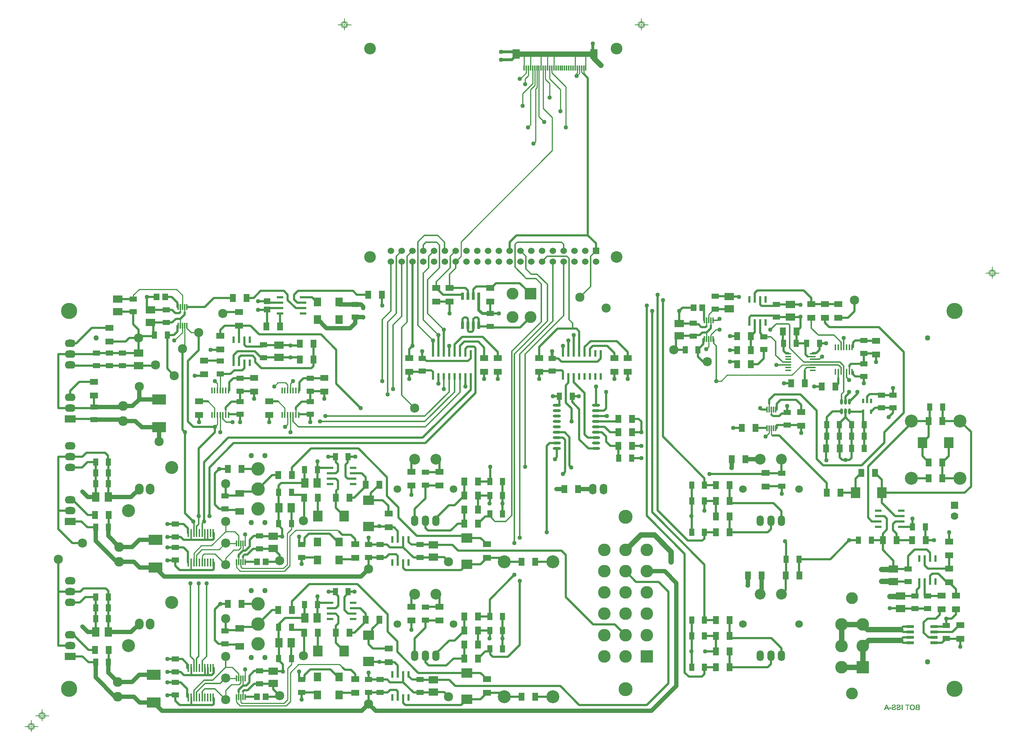
<source format=gbr>
*
*
G04 PADS VX.2.2 Build Number: 7607494 generated Gerber (RS-274-X) file*
G04 PC Version=2.1*
*
%IN "D3005H100_A.PCB"*%
*
%MOIN*%
*
%FSLAX35Y35*%
*
*
*
*
G04 PC Standard Apertures*
*
*
G04 Thermal Relief Aperture macro.*
%AMTER*
1,1,$1,0,0*
1,0,$1-$2,0,0*
21,0,$3,$4,0,0,45*
21,0,$3,$4,0,0,135*
%
*
*
G04 Annular Aperture macro.*
%AMANN*
1,1,$1,0,0*
1,0,$2,0,0*
%
*
*
G04 Odd Aperture macro.*
%AMODD*
1,1,$1,0,0*
1,0,$1-0.005,0,0*
%
*
*
G04 PC Custom Aperture Macros*
*
*
*
*
*
*
G04 PC Aperture Table*
*
%ADD010C,0.01*%
%ADD011C,0.012*%
%ADD012C,0.005*%
%ADD013C,0.09*%
%ADD014C,0.1*%
%ADD017C,0.12*%
%ADD019O,0.07X0.1*%
%ADD020O,0.1X0.07*%
%ADD021C,0.06*%
%ADD022C,0.07*%
%ADD027C,0.015*%
%ADD028C,0.05*%
%ADD032C,0.11*%
%ADD034C,0.13*%
%ADD044C,0.15*%
%ADD055C,0.025*%
%ADD057R,0.11X0.11*%
%ADD059C,0.001*%
%ADD061C,0.007*%
%ADD065C,0.02*%
%ADD066C,0.04*%
%ADD070R,0.06X0.06*%
%ADD071R,0.117X0.117*%
%ADD072C,0.117*%
%ADD073R,0.07X0.07*%
%ADD074O,0.08X0.1*%
%ADD075R,0.1X0.07*%
%ADD076O,0.068X0.1*%
%ADD078C,0.125*%
%ADD079C,0.085*%
%ADD080C,0.108*%
%ADD081C,0.071*%
%ADD082R,0.05315X0.06102*%
%ADD083R,0.06102X0.05315*%
%ADD084R,0.07087X0.04528*%
%ADD085R,0.04528X0.07087*%
%ADD086R,0.09843X0.09055*%
%ADD087R,0.09055X0.09843*%
%ADD088R,0.0878X0.07087*%
%ADD089R,0.07087X0.0878*%
%ADD090R,0.129X0.094*%
%ADD091R,0.083X0.06*%
%ADD092R,0.01181X0.05709*%
%ADD093R,0.0748X0.05512*%
%ADD094R,0.05512X0.0748*%
%ADD095R,0.06102X0.02362*%
%ADD096R,0.02362X0.06102*%
%ADD097R,0.03X0.068*%
%ADD098O,0.0748X0.02362*%
%ADD099R,0.0689X0.02559*%
%ADD100R,0.02362X0.04331*%
%ADD101O,0.02362X0.05512*%
%ADD102R,0.05512X0.01378*%
%ADD103R,0.01378X0.05512*%
%ADD104R,0.01772X0.07283*%
%ADD105R,0.01181X0.05118*%
%ADD106R,0.07087X0.08661*%
%ADD107R,0.07087X0.07874*%
*
*
*
*
G04 PC Circuitry*
G04 Layer Name D3005H100_A.PCB - circuitry*
%LPD*%
*
G54D59*
G01X912414Y110271D02*
X910659D01*
X910129Y110205*
X909804Y110140*
X909485Y109949*
X909294Y109694*
X909164Y109370*
X909100Y109050*
X909163Y108799*
X909293Y108540*
X909485Y108283*
X909811Y108088*
X909836Y108045*
X909808Y108000*
X909414Y107803*
X909156Y107545*
X908963Y107223*
X908898Y106901*
Y106581*
X909028Y106257*
X909155Y106003*
X909342Y105878*
X909869Y105615*
X910192Y105550*
X912414*
Y110271*
X911845Y109786D02*
Y108246D01*
X911795Y108196*
X910455*
X910443Y108197*
X910175Y108264*
X910156Y108273*
X909821Y108541*
X909811Y108553*
X909677Y108754*
X909669Y108781*
Y108982*
X909671Y108996*
X909805Y109465*
X909817Y109486*
X910085Y109754*
X910111Y109768*
X910446Y109835*
X910455Y109836*
X911795*
X911845Y109786*
Y107710D02*
Y106036D01*
X911795Y105986*
X910187*
X910187D02*
X910169Y105989D01*
X909834Y106123*
X909817Y106134*
X909549Y106402*
X909536Y106429*
X909536D02*
X909469Y106831D01*
X909468Y106839*
Y107107*
X909476Y107135*
X909610Y107336*
X909620Y107346*
X910022Y107681*
X910041Y107691*
X910309Y107758*
X910321Y107760*
X911795*
X911845Y107710*
X908128Y107843D02*
X907996Y108900D01*
X907802Y109289*
X907474Y109683*
X907145Y109945*
X906819Y110141*
X906360Y110272*
X905901Y110338*
X905312Y110273*
X904723Y110011*
X904265Y109618*
X903938Y109160*
X903741Y108570*
X903675Y107910*
X903741Y107184*
X903937Y106597*
X904330Y106138*
X904789Y105745*
X905311Y105549*
X905902Y105483*
X906491Y105549*
X907080Y105811*
X907539Y106204*
X907866Y106661*
X908062Y107252*
X908062D02*
X908128Y107843D01*
X907559Y108313D02*
Y107844D01*
X907558Y107836*
X907424Y107032*
X907419Y107016*
X907084Y106413*
X907067Y106395*
X906531Y106060*
X906515Y106054*
X905913Y105920*
X905892*
X905222Y106054*
X905203Y106062*
X904734Y106397*
X904719Y106415*
X904384Y107085*
X904379Y107099*
X904245Y107902*
Y107911*
X904245*
Y107917*
X904312Y108453*
X904314Y108460*
X904447Y108929*
X904451Y108938*
X904652Y109339*
X904665Y109356*
X905000Y109624*
X905009Y109630*
X905411Y109830*
X905426Y109835*
X905895Y109902*
X905913Y109901*
X906515Y109768*
X906531Y109761*
X907067Y109426*
X907080Y109414*
X907281Y109146*
X907287Y109135*
X907421Y108800*
X907423Y108795*
X907557Y108326*
X907559Y108313*
X903106Y110271D02*
X899322D01*
Y109836*
X900879*
X900929Y109786*
Y105550*
X901499*
Y109786*
X901549Y109836*
X903106*
Y110271*
X896611D02*
X896041D01*
Y105550*
X896611*
Y110271*
X894996Y107124D02*
X894425D01*
X894366Y106829*
X894363Y106821*
X894229Y106486*
X894218Y106469*
X894017Y106268*
X894012Y106264*
X893744Y106063*
X893733Y106056*
X893398Y105922*
X893379Y105919*
X893045*
X893034Y105920*
X892431Y106054*
X892420Y106058*
X892152Y106192*
X892139Y106201*
X892005Y106335*
X891995Y106348*
X891862Y106616*
X891856Y106638*
Y106839*
X891860Y106858*
X891994Y107193*
X891999Y107202*
X892133Y107403*
X892152Y107420*
X892420Y107554*
X892430Y107557*
X893762Y107890*
X894420Y108285*
X894611Y108476*
X894738Y108731*
X894802Y109049*
X894738Y109370*
X894609Y109691*
X894353Y109947*
X894028Y110142*
X893636Y110273*
X893178Y110338*
X892654Y110272*
X892260Y110141*
X891869Y109946*
X891614Y109691*
X891486Y109370*
X891430Y109032*
X891998*
X892058Y109392*
X892072Y109419*
X892340Y109687*
X892356Y109698*
X892691Y109832*
X892702Y109835*
X893103Y109902*
X893119*
X893587Y109835*
X893599Y109832*
X893934Y109698*
X893955Y109682*
X894156Y109414*
X894165Y109396*
X894232Y109128*
X894233Y109116*
X894232Y109104*
X894165Y108836*
X894151Y108813*
X894023Y108685*
X893960Y108558*
X893931Y108533*
X893730Y108466*
X893726Y108465*
X893462Y108399*
X893130Y108266*
X893122Y108264*
X892522Y108130*
X892126Y107998*
X891735Y107803*
X891480Y107548*
X891352Y107228*
X891287Y106840*
X891352Y106519*
X891481Y106195*
X891738Y105875*
X892126Y105680*
X892520Y105549*
X892978Y105483*
X893571Y105549*
X894096Y105680*
X894484Y105939*
X894742Y106263*
X894938Y106719*
X894996Y107124*
X890509D02*
X889938D01*
X889879Y106829*
X889877Y106821*
X889743Y106486*
X889732Y106469*
X889531Y106268*
X889526Y106264*
X889258Y106063*
X889246Y106056*
X888911Y105922*
X888893Y105919*
X888558*
X888547Y105920*
X887945Y106054*
X887933Y106058*
X887665Y106192*
X887652Y106201*
X887518Y106335*
X887509Y106348*
X887375Y106616*
X887370Y106638*
Y106839*
X887373Y106858*
X887507Y107193*
X887512Y107202*
X887646Y107403*
X887665Y107420*
X887933Y107554*
X887943Y107557*
X889275Y107890*
X889933Y108285*
X890124Y108476*
X890251Y108731*
X890315Y109049*
X890251Y109370*
X890123Y109691*
X889866Y109947*
X889541Y110142*
X889149Y110273*
X888692Y110338*
X888167Y110272*
X887774Y110141*
X887382Y109946*
X887127Y109691*
X886999Y109370*
X886943Y109032*
X887511*
X887571Y109392*
X887585Y109419*
X887853Y109687*
X887870Y109698*
X888205Y109832*
X888215Y109835*
X888617Y109902*
X888632*
X889101Y109835*
X889112Y109832*
X889447Y109698*
X889469Y109682*
X889669Y109414*
X889678Y109396*
X889745Y109128*
X889746Y109116*
X889745Y109104*
X889678Y108836*
X889665Y108813*
X889537Y108685*
X889473Y108558*
X889444Y108533*
X889243Y108466*
X889240Y108465*
X888975Y108399*
X888644Y108266*
X888636Y108264*
X888036Y108130*
X887640Y107998*
X887248Y107803*
X886994Y107548*
X886865Y107228*
X886801Y106840*
X886865Y106519*
X886995Y106195*
X887251Y105875*
X887640Y105680*
X888034Y105549*
X888492Y105483*
X889085Y105549*
X889609Y105680*
X889997Y105939*
X890256Y106263*
X890451Y106719*
X890509Y107124*
X886164Y107392D02*
X884456D01*
Y106956*
X886164*
Y107392*
X884265Y105550D02*
X882364Y110271D01*
X881694*
X879793Y105550*
X880420*
X880944Y106990*
X880991Y107023*
X883067*
X883114Y106990*
X883638Y105550*
X884265*
X882866Y107459D02*
X881192D01*
X881142Y107509*
X881145Y107526*
X881614Y108799*
X881814Y109333*
X881947Y109799*
X882042Y109804*
X882377Y108933*
X882913Y107527*
X882866Y107459*
X879800Y105550D02*
Y105568D01*
X879900Y105550D02*
Y105816D01*
X880000Y105550D02*
Y106064D01*
X880100Y105550D02*
Y106313D01*
X880200Y105550D02*
Y106561D01*
X880300Y105550D02*
Y106809D01*
X880400Y105550D02*
Y107058D01*
X880500Y105769D02*
Y107306D01*
X880600Y106044D02*
Y107554D01*
X880700Y106319D02*
Y107802D01*
X880800Y106594D02*
Y108051D01*
X880900Y106869D02*
Y108299D01*
X881000Y107023D02*
Y108547D01*
X881100Y107023D02*
Y108795D01*
X881200Y107023D02*
Y107459D01*
Y107675D02*
Y109044D01*
X881300Y107023D02*
Y107459D01*
Y107947D02*
Y109292D01*
X881400Y107023D02*
Y107459D01*
Y108218D02*
Y109540D01*
X881500Y107023D02*
Y107459D01*
Y108490D02*
Y109789D01*
X881600Y107023D02*
Y107459D01*
Y108761D02*
Y110037D01*
X881700Y107023D02*
Y107459D01*
Y109028D02*
Y110271D01*
X881800Y107023D02*
Y107459D01*
Y109295D02*
Y110271D01*
X881900Y107023D02*
Y107459D01*
Y109633D02*
Y110271D01*
X882000Y107023D02*
Y107459D01*
Y109836D02*
Y110271D01*
X882100Y107023D02*
Y107459D01*
Y109653D02*
Y110271D01*
X882200Y107023D02*
Y107459D01*
Y109393D02*
Y110271D01*
X882300Y107023D02*
Y107459D01*
Y109133D02*
Y110271D01*
X882400Y107023D02*
Y107459D01*
Y108873D02*
Y110181D01*
X882500Y107023D02*
Y107459D01*
Y108610D02*
Y109933D01*
X882600Y107023D02*
Y107459D01*
Y108348D02*
Y109684D01*
X882700Y107023D02*
Y107459D01*
Y108085D02*
Y109436D01*
X882800Y107023D02*
Y107459D01*
Y107823D02*
Y109188D01*
X882900Y107023D02*
Y107472D01*
Y107560D02*
Y108940D01*
X883000Y107023D02*
Y108691D01*
X883100Y107011D02*
Y108443D01*
X883200Y106754D02*
Y108195D01*
X883300Y106479D02*
Y107946D01*
X883400Y106204D02*
Y107698D01*
X883500Y105929D02*
Y107450D01*
X883600Y105654D02*
Y107202D01*
X883700Y105550D02*
Y106953D01*
X883800Y105550D02*
Y106705D01*
X883900Y105550D02*
Y106457D01*
X884000Y105550D02*
Y106209D01*
X884100Y105550D02*
Y105960D01*
X884200Y105550D02*
Y105712D01*
X884500Y106956D02*
Y107392D01*
X884600Y106956D02*
Y107392D01*
X884700Y106956D02*
Y107392D01*
X884800Y106956D02*
Y107392D01*
X884900Y106956D02*
Y107392D01*
X885000Y106956D02*
Y107392D01*
X885100Y106956D02*
Y107392D01*
X885200Y106956D02*
Y107392D01*
X885300Y106956D02*
Y107392D01*
X885400Y106956D02*
Y107392D01*
X885500Y106956D02*
Y107392D01*
X885600Y106956D02*
Y107392D01*
X885700Y106956D02*
Y107392D01*
X885800Y106956D02*
Y107392D01*
X885900Y106956D02*
Y107392D01*
X886000Y106956D02*
Y107392D01*
X886100Y106956D02*
Y107392D01*
X886900Y106431D02*
Y107314D01*
X887000Y106188D02*
Y107554D01*
Y109032D02*
Y109372D01*
X887100Y106063D02*
Y107654D01*
Y109032D02*
Y109622D01*
X887200Y105938D02*
Y107754D01*
Y109032D02*
Y109763D01*
X887300Y105850D02*
Y107828D01*
Y109032D02*
Y109863D01*
X887400Y105800D02*
Y106566D01*
Y106925D02*
Y107878D01*
Y109032D02*
Y109954D01*
X887500Y105750D02*
Y106366D01*
Y107175D02*
Y107928D01*
Y109032D02*
Y110004D01*
X887600Y105700D02*
Y106253D01*
Y107334D02*
Y107978D01*
Y109434D02*
Y110054D01*
X887700Y105660D02*
Y106174D01*
Y107437D02*
Y108018D01*
Y109534D02*
Y110104D01*
X887800Y105627D02*
Y106124D01*
Y107487D02*
Y108052D01*
Y109634D02*
Y110150D01*
X887900Y105593D02*
Y106074D01*
Y107537D02*
Y108085D01*
Y109710D02*
Y110183D01*
X888000Y105560D02*
Y106042D01*
Y107572D02*
Y108118D01*
Y109750D02*
Y110217D01*
X888100Y105539D02*
Y106019D01*
Y107597D02*
Y108145D01*
Y109790D02*
Y110250D01*
X888200Y105525D02*
Y105997D01*
Y107622D02*
Y108167D01*
Y109830D02*
Y110277D01*
X888300Y105511D02*
Y105975D01*
Y107647D02*
Y108189D01*
Y109849D02*
Y110289D01*
X888400Y105497D02*
Y105953D01*
Y107672D02*
Y108211D01*
Y109866D02*
Y110302D01*
X888500Y105484D02*
Y105930D01*
Y107697D02*
Y108234D01*
Y109883D02*
Y110314D01*
X888600Y105495D02*
Y105919D01*
Y107722D02*
Y108256D01*
Y109899D02*
Y110327D01*
X888700Y105507D02*
Y105919D01*
Y107747D02*
Y108289D01*
Y109892D02*
Y110337D01*
X888800Y105518D02*
Y105919D01*
Y107772D02*
Y108329D01*
Y109878D02*
Y110322D01*
X888900Y105529D02*
Y105919D01*
Y107797D02*
Y108369D01*
Y109864D02*
Y110308D01*
X889000Y105540D02*
Y105958D01*
Y107822D02*
Y108405D01*
Y109850D02*
Y110294D01*
X889100Y105553D02*
Y105998D01*
Y107847D02*
Y108430D01*
Y109835D02*
Y110280D01*
X889200Y105578D02*
Y106038D01*
Y107872D02*
Y108455D01*
Y109797D02*
Y110256D01*
X889300Y105603D02*
Y106094D01*
Y107905D02*
Y108485D01*
Y109757D02*
Y110222D01*
X889400Y105628D02*
Y106169D01*
Y107965D02*
Y108518D01*
Y109717D02*
Y110189D01*
X889500Y105653D02*
Y106244D01*
Y108025D02*
Y108611D01*
Y109640D02*
Y110156D01*
X889600Y105678D02*
Y106337D01*
Y108085D02*
Y108748D01*
Y109507D02*
Y110107D01*
X889700Y105741D02*
Y106437D01*
Y108145D02*
Y108924D01*
Y109308D02*
Y110047D01*
X889800Y105808D02*
Y106629D01*
Y108205D02*
Y109987D01*
X889900Y105874D02*
Y106933D01*
Y108265D02*
Y109913D01*
X890000Y105943D02*
Y107124D01*
Y108352D02*
Y109813D01*
X890100Y106068D02*
Y107124D01*
Y108452D02*
Y109713D01*
X890200Y106193D02*
Y107124D01*
Y108628D02*
Y109497D01*
X890300Y106366D02*
Y107124D01*
Y108974D02*
Y109125D01*
X890400Y106599D02*
Y107124D01*
X890500Y107059D02*
Y107124D01*
X891300Y106777D02*
Y106916D01*
X891400Y106398D02*
Y107348D01*
X891500Y106172D02*
Y107568D01*
Y109032D02*
Y109406D01*
X891600Y106047D02*
Y107668D01*
Y109032D02*
Y109656D01*
X891700Y105922D02*
Y107768D01*
Y109032D02*
Y109777D01*
X891800Y105843D02*
Y107835D01*
Y109032D02*
Y109877D01*
X891900Y105793D02*
Y106539D01*
Y106958D02*
Y107885D01*
Y109032D02*
Y109961D01*
X892000Y105743D02*
Y106341D01*
Y107204D02*
Y107935D01*
Y109045D02*
Y110011D01*
X892100Y105693D02*
Y106240D01*
Y107354D02*
Y107985D01*
Y109447D02*
Y110061D01*
X892200Y105656D02*
Y106168D01*
Y107444D02*
Y108023D01*
Y109547D02*
Y110111D01*
X892300Y105622D02*
Y106118D01*
Y107494D02*
Y108056D01*
Y109647D02*
Y110154D01*
X892400Y105589D02*
Y106068D01*
Y107544D02*
Y108090D01*
Y109716D02*
Y110188D01*
X892500Y105556D02*
Y106039D01*
Y107575D02*
Y108123D01*
Y109756D02*
Y110221D01*
X892600Y105537D02*
Y106016D01*
Y107600D02*
Y108148D01*
Y109796D02*
Y110254D01*
X892700Y105523D02*
Y105994D01*
Y107625D02*
Y108170D01*
Y109835D02*
Y110278D01*
X892800Y105509D02*
Y105972D01*
Y107650D02*
Y108192D01*
Y109851D02*
Y110291D01*
X892900Y105495D02*
Y105950D01*
Y107675D02*
Y108214D01*
Y109868D02*
Y110303D01*
X893000Y105486D02*
Y105927D01*
Y107700D02*
Y108236D01*
Y109885D02*
Y110316D01*
X893100Y105497D02*
Y105919D01*
Y107725D02*
Y108259D01*
Y109901D02*
Y110328D01*
X893200Y105508D02*
Y105919D01*
Y107750D02*
Y108294D01*
Y109891D02*
Y110335D01*
X893300Y105519D02*
Y105919D01*
Y107775D02*
Y108334D01*
Y109876D02*
Y110321D01*
X893400Y105530D02*
Y105923D01*
Y107800D02*
Y108374D01*
Y109862D02*
Y110306D01*
X893500Y105541D02*
Y105963D01*
Y107825D02*
Y108408D01*
Y109848D02*
Y110292D01*
X893600Y105556D02*
Y106003D01*
Y107850D02*
Y108433D01*
Y109832D02*
Y110278D01*
X893700Y105581D02*
Y106043D01*
Y107875D02*
Y108458D01*
Y109792D02*
Y110251D01*
X893800Y105606D02*
Y106104D01*
Y107913D02*
Y108489D01*
Y109752D02*
Y110218D01*
X893900Y105631D02*
Y106179D01*
Y107973D02*
Y108523D01*
Y109712D02*
Y110184D01*
X894000Y105656D02*
Y106254D01*
Y108033D02*
Y108638D01*
Y109622D02*
Y110151D01*
X894100Y105683D02*
Y106351D01*
Y108093D02*
Y108761D01*
Y109489D02*
Y110099D01*
X894200Y105750D02*
Y106451D01*
Y108153D02*
Y108978D01*
Y109254D02*
Y110039D01*
X894300Y105817D02*
Y106662D01*
Y108213D02*
Y109979D01*
X894400Y105883D02*
Y107000D01*
Y108273D02*
Y109900D01*
X894500Y105960D02*
Y107124D01*
Y108365D02*
Y109800D01*
X894600Y106085D02*
Y107124D01*
Y108465D02*
Y109700D01*
X894700Y106210D02*
Y107124D01*
Y108655D02*
Y109464D01*
X894800Y106397D02*
Y107124D01*
Y109041D02*
Y109058D01*
X894900Y106630D02*
Y107124D01*
X896100Y105550D02*
Y110271D01*
X896200Y105550D02*
Y110271D01*
X896300Y105550D02*
Y110271D01*
X896400Y105550D02*
Y110271D01*
X896500Y105550D02*
Y110271D01*
X896600Y105550D02*
Y110271D01*
X899400Y109836D02*
Y110271D01*
X899500Y109836D02*
Y110271D01*
X899600Y109836D02*
Y110271D01*
X899700Y109836D02*
Y110271D01*
X899800Y109836D02*
Y110271D01*
X899900Y109836D02*
Y110271D01*
X900000Y109836D02*
Y110271D01*
X900100Y109836D02*
Y110271D01*
X900200Y109836D02*
Y110271D01*
X900300Y109836D02*
Y110271D01*
X900400Y109836D02*
Y110271D01*
X900500Y109836D02*
Y110271D01*
X900600Y109836D02*
Y110271D01*
X900700Y109836D02*
Y110271D01*
X900800Y109836D02*
Y110271D01*
X900900Y109831D02*
Y110271D01*
X901000Y105550D02*
Y110271D01*
X901100Y105550D02*
Y110271D01*
X901200Y105550D02*
Y110271D01*
X901300Y105550D02*
Y110271D01*
X901400Y105550D02*
Y110271D01*
X901500Y109795D02*
Y110271D01*
X901600Y109836D02*
Y110271D01*
X901700Y109836D02*
Y110271D01*
X901800Y109836D02*
Y110271D01*
X901900Y109836D02*
Y110271D01*
X902000Y109836D02*
Y110271D01*
X902100Y109836D02*
Y110271D01*
X902200Y109836D02*
Y110271D01*
X902300Y109836D02*
Y110271D01*
X902400Y109836D02*
Y110271D01*
X902500Y109836D02*
Y110271D01*
X902600Y109836D02*
Y110271D01*
X902700Y109836D02*
Y110271D01*
X902800Y109836D02*
Y110271D01*
X902900Y109836D02*
Y110271D01*
X903000Y109836D02*
Y110271D01*
X903100Y109836D02*
Y110271D01*
X903700Y107638D02*
Y108158D01*
X903800Y107008D02*
Y108746D01*
X903900Y106708D02*
Y109046D01*
X904000Y106523D02*
Y109247D01*
X904100Y106407D02*
Y109387D01*
X904200Y106290D02*
Y109527D01*
X904300Y106173D02*
Y107574D01*
Y108357D02*
Y109648D01*
X904400Y106078D02*
Y107052D01*
Y108763D02*
Y109734D01*
X904500Y105993D02*
Y106852D01*
Y109036D02*
Y109819D01*
X904600Y105907D02*
Y106652D01*
Y109236D02*
Y109905D01*
X904700Y105821D02*
Y106452D01*
Y109384D02*
Y109991D01*
X904800Y105741D02*
Y106350D01*
Y109464D02*
Y110045D01*
X904900Y105703D02*
Y106278D01*
Y109544D02*
Y110089D01*
X905000Y105666D02*
Y106207D01*
Y109624D02*
Y110134D01*
X905100Y105628D02*
Y106136D01*
Y109675D02*
Y110178D01*
X905200Y105591D02*
Y106064D01*
Y109725D02*
Y110223D01*
X905300Y105553D02*
Y106038D01*
Y109775D02*
Y110267D01*
X905400Y105539D02*
Y106018D01*
Y109825D02*
Y110282D01*
X905500Y105528D02*
Y105998D01*
Y109846D02*
Y110293D01*
X905600Y105517D02*
Y105978D01*
Y109860D02*
Y110305D01*
X905700Y105506D02*
Y105958D01*
Y109874D02*
Y110316D01*
X905800Y105495D02*
Y105938D01*
Y109889D02*
Y110327D01*
X905900Y105484D02*
Y105919D01*
Y109903D02*
Y110338D01*
X906000Y105494D02*
Y105939D01*
Y109882D02*
Y110324D01*
X906100Y105505D02*
Y105962D01*
Y109860D02*
Y110310D01*
X906200Y105516D02*
Y105984D01*
Y109838D02*
Y110295D01*
X906300Y105528D02*
Y106006D01*
Y109815D02*
Y110281D01*
X906400Y105539D02*
Y106028D01*
Y109793D02*
Y110261D01*
X906500Y105553D02*
Y106050D01*
Y109771D02*
Y110232D01*
X906600Y105597D02*
Y106103D01*
Y109718D02*
Y110204D01*
X906700Y105642D02*
Y106166D01*
Y109656D02*
Y110175D01*
X906800Y105686D02*
Y106228D01*
Y109593D02*
Y110147D01*
X906900Y105731D02*
Y106291D01*
Y109531D02*
Y110093D01*
X907000Y105775D02*
Y106353D01*
Y109468D02*
Y110033D01*
X907100Y105828D02*
Y106442D01*
Y109388D02*
Y109973D01*
X907200Y105913D02*
Y106622D01*
Y109254D02*
Y109902D01*
X907300Y105999D02*
Y106802D01*
Y109103D02*
Y109822D01*
X907400Y106085D02*
Y106982D01*
Y108853D02*
Y109742D01*
X907500Y106170D02*
Y107486D01*
Y108526D02*
Y109651D01*
X907600Y106289D02*
Y109531D01*
X907700Y106429D02*
Y109411D01*
X907800Y106569D02*
Y109291D01*
X907900Y106764D02*
Y109093D01*
X908000Y107064D02*
Y108869D01*
X908100Y107589D02*
Y108069D01*
X908900Y106577D02*
Y106910D01*
X909000Y106327D02*
Y107285D01*
X909100Y106113D02*
Y107452D01*
X909200Y105973D02*
Y107589D01*
Y108725D02*
Y109459D01*
X909300Y105906D02*
Y107689D01*
Y108530D02*
Y109702D01*
X909400Y105849D02*
Y107789D01*
Y108397D02*
Y109835D01*
X909500Y105799D02*
Y106642D01*
Y107170D02*
Y107846D01*
Y108274D02*
Y109958D01*
X909600Y105749D02*
Y106352D01*
Y107320D02*
Y107896D01*
Y108214D02*
Y110018D01*
X909700Y105699D02*
Y106252D01*
Y107413D02*
Y107946D01*
Y108154D02*
Y108719D01*
Y109099D02*
Y110078D01*
X909800Y105649D02*
Y106152D01*
Y107497D02*
Y107996D01*
Y108094D02*
Y108569D01*
Y109449D02*
Y110138D01*
X909900Y105608D02*
Y106097D01*
Y107580D02*
Y108478D01*
Y109569D02*
Y110159D01*
X910000Y105588D02*
Y106057D01*
Y107663D02*
Y108398D01*
Y109669D02*
Y110179D01*
X910100Y105568D02*
Y106017D01*
Y107706D02*
Y108318D01*
Y109764D02*
Y110199D01*
X910200Y105550D02*
Y105986D01*
Y107731D02*
Y108258D01*
Y109786D02*
Y110214D01*
X910300Y105550D02*
Y105986D01*
Y107756D02*
Y108233D01*
Y109806D02*
Y110227D01*
X910400Y105550D02*
Y105986D01*
Y107760D02*
Y108208D01*
Y109826D02*
Y110239D01*
X910500Y105550D02*
Y105986D01*
Y107760D02*
Y108196D01*
Y109836D02*
Y110252D01*
X910600Y105550D02*
Y105986D01*
Y107760D02*
Y108196D01*
Y109836D02*
Y110264D01*
X910700Y105550D02*
Y105986D01*
Y107760D02*
Y108196D01*
Y109836D02*
Y110271D01*
X910800Y105550D02*
Y105986D01*
Y107760D02*
Y108196D01*
Y109836D02*
Y110271D01*
X910900Y105550D02*
Y105986D01*
Y107760D02*
Y108196D01*
Y109836D02*
Y110271D01*
X911000Y105550D02*
Y105986D01*
Y107760D02*
Y108196D01*
Y109836D02*
Y110271D01*
X911100Y105550D02*
Y105986D01*
Y107760D02*
Y108196D01*
Y109836D02*
Y110271D01*
X911200Y105550D02*
Y105986D01*
Y107760D02*
Y108196D01*
Y109836D02*
Y110271D01*
X911300Y105550D02*
Y105986D01*
Y107760D02*
Y108196D01*
Y109836D02*
Y110271D01*
X911400Y105550D02*
Y105986D01*
Y107760D02*
Y108196D01*
Y109836D02*
Y110271D01*
X911500Y105550D02*
Y105986D01*
Y107760D02*
Y108196D01*
Y109836D02*
Y110271D01*
X911600Y105550D02*
Y105986D01*
Y107760D02*
Y108196D01*
Y109836D02*
Y110271D01*
X911700Y105550D02*
Y105986D01*
Y107760D02*
Y108196D01*
Y109836D02*
Y110271D01*
X911800Y105550D02*
Y105986D01*
Y107760D02*
Y108196D01*
Y109835D02*
Y110271D01*
X911900Y105550D02*
Y110271D01*
X912000Y105550D02*
Y110271D01*
X912100Y105550D02*
Y110271D01*
X912200Y105550D02*
Y110271D01*
X912300Y105550D02*
Y110271D01*
X912400Y105550D02*
Y110271D01*
*
G04 PC Custom Flashes*
G04 Layer Name D3005H100_A.PCB - flashes*
%LPD*%
*
*
G04 PC Circuitry*
G04 Layer Name D3005H100_A.PCB - circuitry*
%LPD*%
*
G54D10*
X235484Y116720D02*
X234500Y117705D01*
X285000Y109063D02*
X283500D01*
X280063Y112500*
Y117339*
X259000Y116236D02*
X258516Y116720D01*
X285000Y111500D02*
X324000D01*
X327500Y115000*
Y144000*
X330906Y147406*
Y153000*
X285000Y111500D02*
X284000Y112500D01*
Y117339*
X270000Y115000D02*
Y123500D01*
X275500Y129000*
X282500*
X284000Y130500*
Y134661*
X282031Y117339D02*
Y122000D01*
X285969Y117339D02*
Y122563D01*
X287937Y117339D02*
X288339D01*
X288500Y117500*
X324000Y109063D02*
X326000D01*
X330000Y113063*
Y140000*
X337500Y147500*
X324000Y109063D02*
X285000D01*
X270000Y134661D02*
X269831Y134831D01*
X285969Y127969D02*
Y134661D01*
X259000Y144280D02*
X258516D01*
X287937Y134661D02*
X288000Y134724D01*
Y143000*
X282031Y134661D02*
Y139000D01*
X276031Y145000*
X270000*
X280063Y134661D02*
X270000D01*
X378500Y144500D02*
X375500Y147500D01*
X337500*
X285500Y234000D02*
X324500D01*
X329500Y239000*
Y266500*
X335000Y272000*
X285500Y234000D02*
X283563D01*
X280063Y237500*
Y242339*
X285500Y236500D02*
X323500D01*
X327000Y240000*
Y269000*
X330906Y272906*
Y278000*
X285500Y236500D02*
X284000Y238000D01*
Y242339*
X240602Y241720D02*
Y250500D01*
X247500Y257398*
X256898*
X270000Y270500*
Y270531*
X243161Y241720D02*
Y249000D01*
X248161Y254000*
X264000*
X269831Y259831*
X248280Y241720D02*
Y248280D01*
X250000Y250000*
X260000*
X270000Y259661D02*
X269831Y259831D01*
X270000Y270531D02*
Y280000D01*
X269831Y259831D02*
X270000Y260000D01*
X285969Y252969D02*
Y259661D01*
X270000Y240000D02*
Y246000D01*
X277500Y253500*
X282000*
X284000Y255500*
Y259661*
X270000Y240000D02*
X260000Y250000D01*
X287937Y259661D02*
X288000Y259724D01*
Y268000*
X282031Y259661D02*
Y267000D01*
X278500Y270531*
X270000*
X280063Y259661D02*
X270000D01*
X282031Y242339D02*
Y247000D01*
X285969Y242339D02*
Y246469D01*
X286000Y246500*
X287937Y242339D02*
X288339D01*
X288500Y242500*
X375000Y270500D02*
X373500Y272000D01*
X335000*
X770000Y358500D02*
X770031D01*
X773531Y362000*
Y366339*
X776500Y359500D02*
X775500Y360500D01*
Y366339*
X265000Y362500D02*
Y378681D01*
X260000Y367500D02*
X262441Y369941D01*
Y378681*
X259882D02*
Y385000D01*
X253583Y391299*
X270118Y378681D02*
Y383500D01*
X272677Y378681D02*
Y378771D01*
X273000Y379094*
X330000Y362500D02*
Y378681D01*
X325000Y367500D02*
X327441Y369941D01*
Y378681*
X324882D02*
Y385000D01*
X318583Y391299*
X318500*
X335118Y378681D02*
Y383500D01*
X337677Y378681D02*
X337677D01*
X338090Y379094*
X771563Y366339D02*
X771161D01*
X771000Y366500*
X773531Y383661D02*
Y389000D01*
X771563Y383661D02*
X771000D01*
X775500Y379000D02*
Y383661D01*
X780500D02*
X779437D01*
Y366339D02*
X780500D01*
X273500Y401319D02*
X272677D01*
X265000D02*
Y416594D01*
X262441Y401319D02*
Y407559D01*
X260000Y410000*
X315000Y405000D02*
X315059D01*
X318500Y408441*
X330000Y401319D02*
Y407500D01*
X332500Y410000*
X327441Y401319D02*
Y406500D01*
X325500Y408441*
X318500*
X338500Y401319D02*
X337677D01*
X715000Y439500D02*
X717500Y442000D01*
Y448839*
X724500Y410000D02*
X729000D01*
X734500Y415500*
X794559*
X804000Y424941*
X813819*
X234500Y478661D02*
X233937D01*
X232000Y473500D02*
X231969Y473531D01*
Y478661*
X228031Y474031D02*
Y478661D01*
X222500Y447500D02*
X230000Y455000D01*
Y461339*
X245000Y455000D02*
X237937D01*
X233937Y459000*
Y461339*
X230000Y440000D02*
X231969Y441969D01*
Y461339*
X226063D02*
X225500D01*
X228031D02*
Y467469D01*
X228000Y467500*
X230000Y478661D02*
Y489500D01*
X224500Y495000*
X226063Y478661D02*
X225500D01*
X722000Y448839D02*
X721437D01*
X719469Y461500D02*
Y466161D01*
X715531Y461031D02*
Y466161D01*
X713563Y448839D02*
X712500D01*
X715531D02*
Y455000D01*
X719469Y448839D02*
Y453000D01*
X723969Y457500*
X727500*
X721437Y466161D02*
X722000D01*
X717500D02*
Y471500D01*
X722500Y476500*
X723406*
X723500Y476594*
X713563Y466161D02*
X712937D01*
X184500Y485906D02*
Y489500D01*
X190000Y495000*
X224500*
X483000Y520600D02*
X488000Y525600D01*
Y539000*
X572500Y623500*
Y654173*
X564173Y662500*
Y700000*
X555000Y630000D02*
X557000Y632000D01*
Y680500*
X558268Y681768*
Y700000*
X570000Y672500D02*
Y685642D01*
X566142Y689500*
Y700000*
X550000Y645000D02*
X552500Y647500D01*
Y680000*
X556299Y683799*
Y700000*
X565000Y650000D02*
X560236Y654764D01*
Y700000*
X545000Y665000D02*
Y676169D01*
X554331Y685500*
Y700000*
X580000Y660000D02*
Y680000D01*
X570079Y689921*
Y700000*
X585000Y645000D02*
Y682500D01*
X572047Y695453*
Y700000*
X542500Y690000D02*
X542925D01*
X548425Y695500*
Y700000*
X547500Y685000D02*
Y690000D01*
X550394Y692894*
Y700000*
X574016D02*
Y712795D01*
X568110Y700000D02*
Y712795D01*
X562205Y700000D02*
Y712795D01*
X552362Y700000D02*
Y712795D01*
X546457Y700000D02*
Y712795D01*
X601575Y694500D02*
X601000D01*
X599606Y695894*
Y700000*
X601575Y694500D02*
Y700000D01*
X595154Y692516D02*
Y694984D01*
X595669Y695500*
Y700000*
X595154Y692516D02*
X597638Y695000D01*
Y700000*
X595000Y692500D02*
X595138D01*
X595154Y692516*
X603543Y700000D02*
Y712795D01*
X593701Y700000D02*
Y712795D01*
G54D11*
X240602Y116720D02*
Y123500D01*
X250102Y133000*
X258000*
X270000Y145000*
X243161Y116720D02*
Y122000D01*
X251161Y130000*
X265000*
X269831Y134831*
X248280Y116720D02*
Y122500D01*
X250780Y125000*
X270000Y115000D02*
X260000Y125000D01*
X250780*
X248280Y144280D02*
Y150780D01*
X252500Y155000*
Y222500*
X243161Y144280D02*
Y153161D01*
X245000Y155000*
Y222500*
X240602Y144280D02*
Y151898D01*
X237500Y155000*
Y222500*
X235484Y144280D02*
X234500D01*
X270000Y145000D02*
Y155000D01*
X269831Y134831D02*
X270000Y135000D01*
X238043Y235000D02*
Y241720D01*
X253398Y263000D02*
Y269280D01*
X250839Y263000D02*
Y269280D01*
X238043Y263000D02*
Y269280D01*
X234906Y241720D02*
X235484D01*
X248280Y269280D02*
Y278280D01*
X250000Y280000*
X243161Y269280D02*
Y275500D01*
X245000Y277339*
Y285000*
X240602Y269280D02*
Y279500D01*
X240500*
X240000Y280000*
X235484Y269280D02*
X234906D01*
X259000D02*
X258516D01*
Y241720D02*
X259000D01*
X537500Y260000D02*
Y435000D01*
X568000Y465500*
Y499500*
X558500Y509000*
X553000*
X548000Y514000*
Y525600*
X543000Y530600*
X542500Y265000D02*
Y435000D01*
X573000Y465500*
Y520600*
X519500Y280000D02*
X529500D01*
X535000Y285500*
Y437500*
X562500Y465000*
Y500000*
X557500Y505000*
X548500*
X538000Y515500*
Y536500*
X540000Y538500*
X519500Y280000D02*
X515000Y284500D01*
X547500Y330500D02*
Y435000D01*
X583000Y470500*
Y520600*
X276500Y372000D02*
X270559D01*
X267559Y375000*
Y378681*
X348500Y367500D02*
X455000D01*
X487000Y399500*
Y414370*
X348500Y367500D02*
X337559D01*
X332559Y372500*
Y378681*
X357500Y372500D02*
X454500D01*
X482000Y400000*
Y414370*
X362500Y377500D02*
X454500D01*
X477000Y400000*
Y414370*
X420000Y397500D02*
Y464500D01*
X428000Y472500*
Y525600*
X433000Y530600*
X445000Y385000D02*
X433000Y397000D01*
Y459500*
X438000Y464500*
Y525600*
X443000Y530600*
X840260Y391028D02*
Y397760D01*
X842500Y400000*
Y418681*
X415000Y410000D02*
Y467000D01*
X423000Y475000*
Y520600*
X425000Y402500D02*
Y462000D01*
X433000Y470000*
Y520600*
X472000Y402500D02*
Y414370D01*
X724500Y410000D02*
Y442500D01*
X722000Y445000*
Y448839*
X806299Y419500D02*
Y420681D01*
X808000Y422382*
X813819*
X791181Y435177D02*
Y436000D01*
Y427500D02*
X786000D01*
X779500Y434000*
Y446500*
X775094Y450906*
X768500*
X791181Y424941D02*
X780059D01*
X780000Y425000*
X813819Y427500D02*
X805500D01*
X805500*
X792500Y440500*
Y462000*
X791500Y463000*
X813819Y430059D02*
X820059D01*
X822500Y432500*
X813819Y432618D02*
X808976D01*
X813819Y435177D02*
Y436000D01*
X851000Y418681D02*
X850177D01*
X837382Y413000D02*
Y418681D01*
X847500Y411000D02*
X845059Y413441D01*
Y418681*
X839941D02*
Y422500D01*
X837500Y424941*
X813819*
X842500Y418681D02*
Y424000D01*
X839000Y427500*
X813819*
X847618Y418681D02*
Y423118D01*
X472000Y457500D02*
X457000Y472500D01*
Y504000*
X468000Y515000*
Y536000*
X467000Y452500D02*
X453000Y466500D01*
Y510000*
X458000Y515000*
Y525600*
X463000Y530600*
X462000Y447500D02*
X448000Y461500D01*
Y539000*
X454000Y545000*
X466500*
X523000Y472406D02*
Y472500D01*
X591500Y458500D02*
Y463500D01*
X588000Y467000*
Y523500*
X586000Y525500*
X722000Y466161D02*
X726161D01*
X727500Y467500*
X774500Y457500D02*
X780000Y463000D01*
X791500*
X850177Y441319D02*
X851000D01*
X842500D02*
Y450000D01*
X839941Y441319D02*
Y446000D01*
X833500Y452441*
X819000*
X812500Y458941*
Y468701*
X861107Y447299D02*
X861000Y447406D01*
X465000Y496299D02*
Y502000D01*
X478000Y515000*
Y525600*
X483000Y530600*
X477500Y496299D02*
Y509000D01*
X483000Y514500*
Y520600*
X598000Y487500D02*
X608000Y497500D01*
Y525600*
X613000Y530600*
X453000D02*
Y536000D01*
X455500Y538500*
X465500*
X468000Y536000*
X473000Y530600D02*
X472800Y530800D01*
Y538700*
X466500Y545000*
X563000Y520600D02*
X563000D01*
X567900Y525500*
X586000*
X583000Y530600D02*
Y536500D01*
X581000Y538500*
X540000*
G54D12*
X980000Y510000D02*
Y510500D01*
Y510000D02*
X980500D01*
X980000D02*
Y509500D01*
Y510000D02*
X979500D01*
X981500D02*
X986500D01*
X980000Y508500D02*
Y505100D01*
Y511500D02*
Y516000D01*
X974000Y510000D02*
X978500D01*
X983000D02*
G75*
G03X983000I-3000J0D01*
G01X982000D02*
G03X982000I-2000J0D01*
G01X655000Y740000D02*
Y740500D01*
Y740000D02*
X655500D01*
X655000D02*
Y739500D01*
Y740000D02*
X654500D01*
X656500D02*
X661500D01*
X655000Y738500D02*
Y735100D01*
Y741500D02*
Y746000D01*
X649000Y740000D02*
X653500D01*
X658000D02*
G03X658000I-3000J0D01*
G01X657000D02*
G03X657000I-2000J0D01*
G01X380000D02*
Y740500D01*
Y740000D02*
X380500D01*
X380000D02*
Y739500D01*
Y740000D02*
X379500D01*
X381500D02*
X386500D01*
X380000Y738500D02*
Y735100D01*
Y741500D02*
Y746000D01*
X374000Y740000D02*
X378500D01*
X383000D02*
G03X383000I-3000J0D01*
G01X382000D02*
G03X382000I-2000J0D01*
G54D13*
G01X171500Y242500D03*
Y256300D03*
X170000Y117500D03*
Y131300D03*
X175000Y373000D03*
Y386800D03*
G54D14*
X464850Y337600D03*
X445150D03*
X464850Y212600D03*
X445150D03*
X784850Y337600D03*
X765150D03*
X784850Y212600D03*
X765150D03*
G54D17*
X220000Y330000D03*
X180000Y290000D03*
X220000Y205000D03*
X180000Y165000D03*
X950000Y373000D03*
X905000D03*
X950000Y320000D03*
X905000D03*
X573000Y242500D03*
X528000D03*
X573000Y117500D03*
X528000D03*
G54D19*
X620000Y310000D03*
X610000D03*
G54D20*
X126000Y290000D03*
Y300000D03*
Y330000D03*
Y340000D03*
Y350000D03*
Y165000D03*
Y175000D03*
Y205000D03*
Y215000D03*
Y225000D03*
Y385000D03*
Y395000D03*
Y425000D03*
Y435000D03*
Y445000D03*
G54D21*
X613000Y520600D03*
X603000Y530600D03*
Y520600D03*
X593000Y530600D03*
Y520600D03*
X583000Y530600D03*
Y520600D03*
X573000Y530600D03*
Y520600D03*
X563000Y530600D03*
Y520600D03*
X553000Y530600D03*
Y520600D03*
X543000Y530600D03*
Y520600D03*
X533000Y530600D03*
Y520600D03*
X523000Y530600D03*
Y520600D03*
X513000Y530600D03*
Y520600D03*
X503000Y530600D03*
Y520600D03*
X493000Y530600D03*
Y520600D03*
X483000Y530600D03*
Y520600D03*
X473000Y530600D03*
Y520600D03*
X463000Y530600D03*
Y520600D03*
X453000Y530600D03*
Y520600D03*
X443000Y530600D03*
Y520600D03*
X433000Y530600D03*
Y520600D03*
X423000Y530600D03*
Y520600D03*
G54D22*
X945000Y285000D03*
G54D27*
X238043Y110000D02*
Y116720D01*
X253398Y137594D02*
Y144280D01*
X250839Y137594D02*
Y144280D01*
X238043Y137594D02*
Y144280D01*
G54D28*
X293750Y341000D03*
X306250D03*
X293750Y279000D03*
X306250D03*
X293750Y216000D03*
X306250D03*
X293750Y154000D03*
X306250D03*
X150000Y450000D03*
X920000Y150000D03*
Y450000D03*
X840300Y145000D02*
X860000D01*
Y164700*
X840300D02*
Y184400D01*
X860000*
Y164700D02*
X865300Y170000D01*
X895000*
Y180000D02*
X864400D01*
X860000Y184400*
X888252Y224500D02*
X877500D01*
X888000Y235500D02*
X888252D01*
X888500Y235748*
X885000Y210500D02*
X894752D01*
X895000Y210748*
X877500Y235500D02*
X888000D01*
X640300Y253500D02*
X654300Y267500D01*
X682500Y242500D02*
Y252000D01*
X667000Y267500*
X654300*
X552362Y712795D02*
X562205D01*
X568110*
X539500D02*
X546457D01*
X552362*
X593701D02*
X574016D01*
X568110*
X538976D02*
X539500D01*
X610000D02*
X611024D01*
X593701D02*
X603543D01*
X610000*
X617500Y702500D02*
X611000Y709000D01*
Y712772*
X611024Y712795*
G54D32*
X850150Y120600D03*
Y208800D03*
X552250Y469150D03*
X535750Y490850D03*
Y469150D03*
G54D34*
X640300Y124500D03*
Y284300D03*
G54D44*
X125000Y125000D03*
Y475000D03*
X945000Y125000D03*
Y475000D03*
G54D55*
X572500Y430906D02*
Y437500D01*
X515000Y472406D02*
X507594D01*
X504500Y475500*
Y488600*
X525000Y707500D02*
X535000D01*
X539500Y712000*
Y712795*
Y715000*
X525000*
X610000Y712795D02*
Y722500D01*
G54D57*
X552250Y490850D03*
G54D59*
G54D61*
X100000Y100000D02*
Y100500D01*
Y100000D02*
X100500D01*
X100000D02*
Y99500D01*
Y100000D02*
X99500D01*
X101500D02*
X106500D01*
X100000Y98500D02*
Y95100D01*
Y101500D02*
Y106000D01*
X94000Y100000D02*
X98500D01*
X103000D02*
G03X103000I-3000J0D01*
G01X102000D02*
G03X102000I-2000J0D01*
G01X90000Y90000D02*
Y90500D01*
Y90000D02*
X90500D01*
X90000D02*
Y89500D01*
Y90000D02*
X89500D01*
X91500D02*
X96500D01*
X90000Y88500D02*
Y85100D01*
Y91500D02*
Y96000D01*
X84000Y90000D02*
X88500D01*
X93000D02*
G03X93000I-3000J0D01*
G01X92000D02*
G03X92000I-2000J0D01*
G54D65*
G01X238043Y110000D02*
X258000D01*
X259000Y111000*
Y116236*
X238043Y110000D02*
X227500D01*
X223500Y114000*
Y119094*
X234500Y117705D02*
Y124906D01*
X228500Y130906*
X223500*
X216000Y119000D02*
X216094Y119094D01*
X223500*
X288500Y117500D02*
X299063D01*
X320000Y118500D02*
X314000Y124500D01*
Y129752*
X306937Y117500D02*
X319000D01*
X320000Y118500*
X340500Y115000D02*
Y121594D01*
X402500Y111000D02*
Y121594D01*
X436500Y110000D02*
X488205D01*
X493500Y115295*
X493500*
X436500Y110000D02*
X434500Y112000D01*
Y116870*
X429500D02*
Y122500D01*
X428000Y124000*
X476500Y117500D02*
X476500D01*
X472248Y121752*
X462500*
X493500Y115295D02*
X506094D01*
X512000Y121201*
X528000Y117500D02*
Y121201D01*
X512000*
X573000Y117500D02*
X556799D01*
X544201D02*
X528000D01*
X660000Y110000D02*
X597500D01*
X580000Y127500*
X482748*
X477000Y133248*
X462500*
X660000Y110000D02*
X680000Y130000D01*
Y215000*
X671000Y224000*
X650100*
X640300Y233800*
X161406Y149500D02*
X161799Y149893D01*
Y161000*
X149594Y149500D02*
X143000D01*
X137500Y155000*
X126000*
X250839Y137594D02*
X253398D01*
X257000*
X259000Y139594*
Y144280*
X250839Y137594D02*
X238043D01*
X231500*
X228500Y140594*
X223500*
X234500Y144280D02*
Y147906D01*
X230000Y152406*
X223500*
X216000Y140500D02*
X223406D01*
X223500Y140594*
Y130906D02*
X223406Y131000D01*
X216000*
X223500Y152406D02*
X223406Y152500D01*
X216000*
X285969Y127969D02*
X286000Y128000D01*
X289000*
X292000Y131000*
Y136906*
X296500Y141406*
X301500*
X282031Y122000D02*
Y124031D01*
X285969Y127969*
Y122563D02*
X287000Y123594D01*
X290500*
X296500Y129594*
X301500*
X323000Y141000D02*
Y147594D01*
X319094Y151500*
Y153000*
X323000Y141000D02*
X322752Y141248D01*
X314000*
X313842Y141406*
X301500*
Y129594D02*
X313842D01*
X314000Y129752*
X330906Y153000D02*
X330748Y153158D01*
Y167500*
X319094Y153000D02*
X319252Y153158D01*
Y167500*
X342000Y155500D02*
X342701Y156201D01*
Y177000*
X355000Y120000D02*
X353500Y121500D01*
Y121594*
X340500*
Y133406D02*
X338000D01*
Y141000*
X340500Y133406D02*
X343000D01*
Y137500*
X348500Y143000*
X367000*
X412500Y150000D02*
X402205D01*
X402500Y150295*
X390000Y133799D02*
Y138500D01*
X386000Y142500*
X380500*
X378500Y144500*
X375000Y135000D02*
X367000Y143000D01*
X375000Y120000D02*
X376000Y121000D01*
Y121201*
X390000*
X402500Y121594D02*
X413000D01*
Y133406D02*
X402500D01*
Y140000*
X434500Y138130D02*
Y131000D01*
X422000*
X419594Y133406*
X413000*
X420000Y121500D02*
X413094D01*
X413000Y121594*
X420000Y121500D02*
X422500Y124000D01*
X428000*
X445150Y155500D02*
Y171650D01*
X455000Y181500*
Y188594*
X429500Y138130D02*
Y146500D01*
X426299Y149701*
X421000*
X412799*
X412500Y150000*
X450000Y121594D02*
X443906D01*
X434500Y131000*
X450000Y121594D02*
X462342D01*
X462500Y121752*
X450000Y133406D02*
X442594D01*
X439500Y136500*
Y138130*
X458000Y146500D02*
X474500D01*
X481000Y153000*
X491201*
X458000Y146500D02*
X455000Y149500D01*
Y155500*
X464850D02*
Y157500D01*
X477000Y169650*
X482150*
X490000Y177500*
Y177799*
X491201Y179000*
Y153000D02*
Y166000D01*
X462500Y133248D02*
X450158D01*
X450000Y133406*
X493500Y139705D02*
X448500D01*
X429000Y159205*
Y169000*
X420000Y178000*
Y194000*
X392000Y222000*
X517500Y154500D02*
X531500D01*
X542500Y165500*
Y225000*
X517500Y154500D02*
X515000Y157000D01*
Y161594*
X514594Y162000*
X503799Y153000D02*
X510299Y159500D01*
X514594*
Y162000*
X512000Y133799D02*
X506094Y139705D01*
X493500*
X701594Y174000D02*
Y159500D01*
X701500*
X711000Y136094D02*
X699000D01*
X695094Y140000*
Y250000*
X660000Y285094*
Y480000*
X711000Y136094D02*
X713406Y138500D01*
Y145000*
X714000Y159500D02*
X724201D01*
Y174000*
X701594Y145000D02*
Y159500D01*
X713406Y145000D02*
X724201D01*
X736799Y159500D02*
Y145000D01*
X772000*
X775000Y148000*
Y155500*
X784850D02*
Y162500D01*
X775350Y172000*
X738799*
X736799Y174000*
X126000Y165000D02*
X115000D01*
Y215000*
X149201Y161000D02*
X143000D01*
X129000Y175000*
X126000*
X161248Y177500D02*
X161406Y177658D01*
Y190000*
X149752Y177500D02*
X149594Y177658D01*
Y190000*
X161406D02*
Y200000D01*
X149594Y190000D02*
Y200000D01*
X270000Y179300D02*
X281500D01*
X283000Y180800*
X270000Y179300D02*
Y190000D01*
X283000Y164200D02*
Y166000D01*
X270000*
Y166094*
X269500Y166594*
X283000Y180800D02*
X284500Y182300D01*
X297300*
X300000Y185000*
X269500Y166594D02*
X263500D01*
X260094Y170000*
Y198594*
X265000Y203500*
X269500Y178406D02*
Y179300D01*
X270000*
X300000Y185000D02*
X313000Y198000D01*
X318701*
X331299D02*
Y206000D01*
X347299Y222000*
X392000*
X319252Y167500D02*
X319094Y167658D01*
Y182000*
Y184594*
X325000Y190500*
X343252*
X366870Y199500D02*
X372000D01*
X374500Y202000*
Y210500*
X371500Y213500*
Y214906*
X371594Y215000*
X372201Y177000D02*
Y183201D01*
X374500Y185500*
Y192000*
X372000Y194500*
X366870*
X342701Y177000D02*
Y179500D01*
X330906*
Y182000*
X354748Y190500D02*
X354906Y190658D01*
Y203000*
X343252Y190500D02*
X343094Y190658D01*
Y203000*
X355295Y160000D02*
X355299Y160004D01*
Y177000*
X388130Y194500D02*
X383500D01*
X380000Y198000*
Y210000*
X383500Y213500*
Y214906*
X383406Y215000*
X384799Y177000D02*
X389500D01*
X399701Y187201*
Y189000*
Y194500*
X394701Y199500*
X388130*
X379705Y160000D02*
X372201Y167504D01*
Y177000*
X402500Y174705D02*
X405799D01*
Y180500*
X412299Y187000*
Y189000*
X442000Y179500D02*
Y188201D01*
X421000Y162299D02*
X406500D01*
X402500Y166299*
Y174705*
X468000Y188201D02*
X455393D01*
X455000Y188594*
X491201Y179000D02*
Y192000D01*
X526406Y179000D02*
Y171500D01*
X526500*
X514500D02*
X514594D01*
Y179000*
X503799Y166000D02*
Y179000D01*
X526406D02*
Y192000D01*
X514594Y179000D02*
X503799D01*
X514594Y192000D02*
Y207594D01*
X537500Y230500*
X514594Y192000D02*
X503799D01*
X526406Y162000D02*
Y171500D01*
X615000Y184500D02*
X610500D01*
X585000Y210000*
Y248748*
X581000Y252748*
X485500*
X480000Y258248*
X462500*
X640300Y174700D02*
X630500Y184500D01*
X615000*
X701594Y174000D02*
Y188500D01*
X713406Y174000D02*
X724201D01*
X713406Y188500D02*
Y240000D01*
X665000Y288406*
Y475000*
X713406Y188500D02*
X724201D01*
X736799Y174000D02*
Y188500D01*
X895000Y180000D02*
X897500Y182500D01*
X903976*
X895000Y170000D02*
X897500Y172500D01*
X903976*
X926024Y167500D02*
X933406D01*
X937500Y171594*
X937500*
X926024Y172500D02*
X921000D01*
X916500Y177000*
Y186500*
X920000Y190000*
X927799*
X931299Y193500*
Y197000*
X933000Y198701*
X926024Y177500D02*
X943201D01*
X949500Y183799*
X950500*
X926024Y182500D02*
X938000D01*
Y182906*
X937500Y183406*
X903976Y177500D02*
X897500D01*
X895000Y180000*
X903976Y167500D02*
X897500D01*
X895000Y170000*
Y199252D02*
X894752Y199500D01*
X885000*
X908500Y199094D02*
X895158D01*
X895000Y199252*
X908500Y199094D02*
X920000D01*
X937500Y190000D02*
X942500D01*
X946500Y194000*
Y198701*
X950500Y164000D02*
Y171201D01*
X937893*
X937500Y171594*
Y183406D02*
Y190000D01*
X126000Y215000D02*
X115000D01*
Y245000*
X126000Y215000D02*
X135500D01*
X138500Y218000*
X159000*
X126000Y205000D02*
X135000D01*
X140000Y210000*
X149594*
X161406D02*
Y215594D01*
X159000Y218000*
X161406Y200000D02*
Y210000D01*
X149594Y200000D02*
Y210000D01*
X238043Y235000D02*
X258000D01*
X259000Y236000*
Y241720*
X238043Y235000D02*
X227500D01*
X223500Y239000*
Y244094*
X265000Y203500D02*
X272201D01*
X284799D02*
X300000D01*
X366870Y204500D02*
X354906D01*
Y210406*
X355000Y210500*
X365500Y215000D02*
X371594D01*
X354906Y203000D02*
Y204500D01*
X389500Y215000D02*
X383406D01*
X402500Y236000D02*
Y246594D01*
X436500Y235000D02*
X488205D01*
X493500Y240295*
X436500Y235000D02*
X434500Y237000D01*
Y241870*
X442000Y200799D02*
Y209450D01*
X445150Y212600*
X468000Y200799D02*
Y209450D01*
X464850Y212600*
X455000Y200406D02*
X455393Y200799D01*
X468000*
X784850Y212600D02*
X788701Y216451D01*
Y230000*
X801299D02*
X800906D01*
Y245000*
X788701Y230000D02*
X789094Y230393D01*
Y245000*
X902000Y235906D02*
X888500D01*
Y243701*
X878701Y253500*
Y262500*
X888000Y235500D02*
X888406Y235906D01*
X888500*
Y224252D02*
X888252Y224500D01*
X922500Y224370D02*
Y229500D01*
X924500Y231500*
X895000Y210748D02*
X895158Y210906D01*
X908500*
X902000Y224094D02*
X888658D01*
X888500Y224252*
X902000Y235906D02*
Y248000D01*
X908000Y254000*
X919500*
X920000Y210906D02*
X933000D01*
Y211299*
X920000Y210906D02*
X919906Y211000D01*
X917500*
Y224370*
X908500Y210906D02*
X910000D01*
Y216500*
X912500Y219000*
Y224370*
X938000Y223500D02*
X939799D01*
X940000Y223701*
X938000Y223500D02*
X930000Y231500D01*
X924500*
X946500Y211299D02*
Y217201D01*
X940000Y223701*
Y248701D02*
Y236299D01*
X920500*
X917500Y239299*
Y245630*
X137500Y260000D02*
X128000D01*
X115000Y273000*
Y290000*
X161406Y274500D02*
X161799Y274893D01*
Y286000*
X149594Y274500D02*
X142000D01*
X136500Y280000*
X126000*
X250839Y263000D02*
X253398D01*
X258000*
X259000Y264000*
Y269280*
X250839Y263000D02*
X238043D01*
X231094*
X228500Y265594*
X223500*
X234906Y241720D02*
Y252000D01*
X231000Y255906*
X223500*
X234906Y269280D02*
Y273500D01*
X231000Y277406*
X223500*
X216000Y244000D02*
X223406D01*
X223500Y244094*
X216000Y265500D02*
X223406D01*
X223500Y265594*
Y255906D02*
X223406Y256000D01*
X216000*
X223500Y277406D02*
X223406Y277500D01*
X216000*
X285969Y252969D02*
X286000Y253000D01*
X288500*
X292500Y257000*
Y262906*
X296000Y266406*
X301500*
X282031Y247000D02*
Y249031D01*
X285969Y252969*
X286000Y246500D02*
Y247594D01*
X287500Y249094*
X290000*
X295500Y254594*
X301500*
X288500Y242500D02*
X299063D01*
X314000Y266248D02*
X322500D01*
Y273000*
X319094Y276500*
Y278000*
X322500Y266000D02*
Y266248D01*
X320000Y243500D02*
Y248752D01*
X314000Y254752*
Y266248D02*
X301658D01*
X301500Y266406*
Y254594D02*
X313842D01*
X314000Y254752*
X330906Y278000D02*
Y292342D01*
X330748Y292500*
X319094Y278000D02*
Y292342D01*
X319252Y292500*
X306937Y242500D02*
X320000D01*
Y243500*
X340500Y240500D02*
Y246594D01*
X355000Y245000D02*
Y246594D01*
X340500*
Y258406D02*
X340406Y258500D01*
X338000*
Y266000*
X340500Y258406D02*
X343000D01*
Y264500*
X347000Y268500*
X366500*
X412500Y275295D02*
Y275500D01*
X390000Y258799D02*
Y263500D01*
X386000Y267500*
X378000*
X375000Y270500*
Y260000D02*
X366500Y268500D01*
X375000Y245000D02*
X388799D01*
X390000Y246201*
X402500Y275295D02*
X412500D01*
X402500Y246594D02*
X413000D01*
Y258406D02*
X402500D01*
Y265000*
X413000Y246594D02*
X418500D01*
X421406Y249500*
X434500Y263130D02*
Y256000D01*
X421906*
X419500Y258406*
X413000*
X449906Y246500D02*
X444000D01*
X434500Y256000*
X449906Y246500D02*
X450000Y246594D01*
X429500Y241870D02*
Y248000D01*
X428000Y249500*
X421406*
X429500Y263130D02*
Y271000D01*
X426000Y274500*
X421201*
X421000Y274701*
X420406Y275295*
X412500*
X450000Y246594D02*
X462342D01*
X462500Y246752*
X450000Y258406D02*
X442000D01*
X439500Y260906*
Y263130*
X478500Y271500D02*
X457500D01*
X455000Y274000*
Y280500*
X478500Y271500D02*
X485000Y278000D01*
X491201*
X476500Y242500D02*
X472248Y246752D01*
X462500*
X491201Y278000D02*
Y291000D01*
X462500Y258248D02*
X462342Y258406D01*
X450000*
X493500Y264705D02*
Y266500D01*
X447000*
X430000Y283500*
Y293000*
X419500Y303500*
Y321000*
X393000Y347500*
X493500Y240295D02*
X506094D01*
X512000Y246201*
X528000Y242500D02*
X524500Y246000D01*
Y246201*
X512000*
X528000Y242500D02*
X544201D01*
X503799Y278000D02*
X510299Y284500D01*
X514594*
X512000Y258799D02*
X506094Y264705D01*
X493500*
X567500Y270000D02*
Y350000D01*
X570000Y352500*
X576890*
X573000Y242500D02*
X556799D01*
X711500Y262094D02*
X698000D01*
X670000Y290094*
Y490000*
X711500Y262094D02*
X713406Y264000D01*
Y270000*
X701594D02*
Y285000D01*
X713406Y270000D02*
X724201D01*
X736799Y284500D02*
Y270000D01*
X772000*
X775000Y273000*
Y280500*
X800906Y245000D02*
X830000D01*
X847500Y262500*
X847500*
X789094Y245000D02*
Y260500D01*
X789000*
X788000Y261500*
X847500Y262500D02*
X856094D01*
X905701D02*
X891299D01*
Y268701*
X888000Y272000*
Y277500*
X890500Y280000*
X895630*
X867906Y262500D02*
X878701D01*
Y268701*
X882500Y272500*
Y282500*
X880000Y285000*
X874370*
X926000Y262500D02*
X918299D01*
X922500Y245630D02*
Y251000D01*
X919500Y254000*
X918299Y262500D02*
X917906Y262893D01*
Y275000*
X906094D02*
Y282500D01*
X906000*
X906094Y275000D02*
X895630D01*
X940000Y261299D02*
Y270000D01*
X115000Y290000D02*
Y340000D01*
X126000*
Y290000D02*
X115000D01*
X149201Y286000D02*
X142500D01*
X128500Y300000*
X126000*
X161248Y302500D02*
X161406Y302658D01*
Y315000*
X149752Y302500D02*
X149594Y302658D01*
Y315000*
X161406D02*
Y325000D01*
X149594Y315000D02*
Y325000D01*
X250000Y280000D02*
Y335000D01*
X272500Y357500*
X452500*
X497000Y402000*
Y414370*
X240000Y280000D02*
X232500Y287500D01*
Y362500*
X245000Y285000D02*
Y347500D01*
X260000Y362500*
Y367500*
X270000Y304000D02*
X280606D01*
X283000Y305800*
X270000Y304000D02*
Y315000D01*
X255000Y285000D02*
Y330000D01*
X277500Y352500*
X455000*
X501500Y399000*
Y440500*
X500000Y442000*
X494000*
X283000Y289200D02*
X281700Y290500D01*
X270594*
X269500Y291594*
X283000Y305800D02*
X284700Y307500D01*
X300000*
Y310000*
X269500Y291594D02*
X264000D01*
X260094Y295500*
Y324594*
X264000Y328500*
X269500Y303406D02*
Y304000D01*
X270000*
X300000Y310000D02*
X300000D01*
X313000Y323000*
X318701*
X319252Y292500D02*
X319094Y292658D01*
Y307000*
Y313094*
X321500Y315500*
X343252*
X342000Y280500D02*
X342701Y281201D01*
Y302000*
X372201D02*
X372500Y302299D01*
Y308500*
X374000Y310000*
Y317500*
X372000Y319500*
X366870*
X342701Y302000D02*
Y304500D01*
X330906*
Y307000*
X354748Y315500D02*
X354906Y315658D01*
Y328000*
X343252Y315500D02*
X343094Y315658D01*
Y328000*
X355295Y285000D02*
X355299Y285004D01*
Y302000*
X402500Y299705D02*
X404500D01*
Y306201*
X412299Y314000*
X388130Y319500D02*
X383000D01*
X381000Y321500*
Y332500*
X383000Y334500*
Y339594*
X383406Y340000*
X384799Y302000D02*
X389201D01*
X399701Y312500*
Y314000*
Y321000*
X396201Y324500*
X388130*
X379705Y285000D02*
X372201Y292504D01*
Y302000*
X442000Y304500D02*
Y313201D01*
X445150Y280500D02*
Y291500D01*
X455000Y301350*
Y313594*
X421000Y287299D02*
X420705Y287594D01*
Y294500*
X415500Y299705*
X404500*
X464850Y280500D02*
Y283000D01*
X476649Y294799*
X482000*
X491201Y304000*
X468000Y313201D02*
X455393D01*
X455000Y313594*
X491201Y304000D02*
Y317000D01*
X514594Y287000D02*
Y284500D01*
X515000*
X526500Y296500D02*
Y303906D01*
X526406Y304000*
X514500Y296500D02*
X514594D01*
Y304000*
X503799Y291000D02*
Y304000D01*
X526406D02*
Y317000D01*
X514594Y304000D02*
X503799D01*
X514594Y317000D02*
X515000Y317406D01*
Y330500*
X514594Y317000D02*
X503799D01*
X526406Y287000D02*
Y296406D01*
X526500Y296500*
X701594Y299000D02*
Y285000D01*
X701500*
X713500Y290000D02*
Y298906D01*
X713406Y299000*
X724201Y284500D02*
Y299000D01*
X701594D02*
Y313500D01*
X713406Y299000D02*
X724201D01*
X713406Y313500D02*
Y320000D01*
X675000Y358406*
Y485000*
X713406Y313500D02*
X724201D01*
X770000Y312201D02*
X770393Y312594D01*
X785000*
X736799Y299000D02*
Y313500D01*
X785000Y305500D02*
Y312594D01*
X784850Y280500D02*
Y289650D01*
X777500Y297000*
X736799*
Y299000*
X826701Y306500D02*
Y315500D01*
X782701Y359500*
X776500*
X853295Y306500D02*
Y319594D01*
X858701Y325000*
X853295Y306500D02*
X839299D01*
X874370Y280000D02*
X868500D01*
X865000Y283500*
Y331000*
X905000Y371000*
Y373000*
X877705Y306500D02*
X954500D01*
X960250Y312250*
Y362750*
X950000Y373000*
X877705Y306500D02*
Y318594D01*
X871299Y325000*
X895630Y285000D02*
X890000D01*
X877705Y297295*
Y306500*
X126000Y340000D02*
X137500D01*
X141000Y343500*
X158500*
X126000Y330000D02*
X137000D01*
X142000Y335000*
X149594*
X161406D02*
X161000Y335406D01*
Y341000*
X158500Y343500*
X161406Y325000D02*
Y335000D01*
X149594Y325000D02*
Y335000D01*
X264000Y328500D02*
X272201D01*
X284799D02*
X300000D01*
X331299Y323000D02*
X331500D01*
Y330000*
X349000Y347500*
X393000*
X366870Y329500D02*
X354906D01*
Y335406*
X355000Y335500*
X365000Y340000D02*
X371594D01*
X366870Y324500D02*
X372000D01*
X374000Y326500*
Y333000*
X372000Y335000*
Y339594*
X371594Y340000*
X354906Y328000D02*
Y329500D01*
X390000Y340000D02*
X383406D01*
X442000Y325799D02*
Y334450D01*
X445150Y337600*
X468000Y325799D02*
Y334450D01*
X464850Y337600*
X455000Y325406D02*
X467607D01*
X468000Y325799*
X590000Y330000D02*
X588500Y331500D01*
Y358000*
X584000Y362500*
X576890*
X582500Y324000D02*
X584500Y326000D01*
Y355500*
X582500Y357500*
X576890*
X575000Y337500D02*
X576890Y339390D01*
Y347500*
X613110D02*
X606000D01*
X597500Y356000*
Y384000*
X590906Y390594*
Y396000*
X613110Y357500D02*
X605500D01*
X602500Y360500*
Y399000*
X592500Y409000*
Y414370*
X633701Y350000D02*
X626500D01*
X622500Y354000*
Y358500*
X618500Y362500*
X613110*
X634094Y338500D02*
X633701Y338893D01*
Y350000*
X655000Y338500D02*
X645906D01*
X655000Y350000D02*
X646299D01*
X718000Y324000D02*
X769987D01*
X770000Y324013*
X770393Y324406*
X770000Y324799*
X770393Y324406D02*
X785000D01*
X784850Y324556*
Y337600*
X826500Y332000D02*
X823500D01*
X817500Y338000*
Y382500*
X802500Y397500*
X844000Y337000D02*
X847594D01*
X849594Y339000*
Y347500*
X844000Y337000D02*
X841000D01*
X838799Y339201*
Y347500*
X826500Y336500D02*
X826201Y336799D01*
Y347500*
X838799D02*
X838406Y347893D01*
Y359000*
X826201Y347500D02*
X826594Y347893D01*
Y359000*
X849594Y347500D02*
Y359000D01*
Y369500*
X838406Y359000D02*
Y369500D01*
X826594Y359000D02*
Y369500D01*
X826500Y332000D02*
X859000D01*
X880000Y353000*
Y362500*
X898000Y380500*
Y437000*
X875000Y460000*
X829000*
X825000Y464000*
Y468701*
X861406Y347500D02*
Y359000D01*
Y369500*
X905000Y320000D02*
X921201D01*
X933799Y334500D02*
Y320000D01*
X950000*
X933799Y334500D02*
X939705Y340406D01*
Y353000*
X921201Y334500D02*
X915295Y340406D01*
Y353000*
X921000Y358705*
Y372799*
X921201Y373000*
X126000Y395000D02*
Y400799D01*
X134500Y409299*
X148000*
X126000Y385000D02*
X147094D01*
X148000Y385906*
X126000Y385000D02*
X115000D01*
Y435000*
X126000*
X148000Y385906D02*
Y396701D01*
Y374094D02*
X147500Y374594D01*
Y375000*
X126000*
X245500Y367500D02*
X240000D01*
X235000Y372500*
Y428500*
X245000Y438500*
Y455000*
X232500Y362500D02*
X230000Y365000D01*
Y440000*
X245500Y372000D02*
Y378701D01*
Y391299D02*
X253583D01*
X270118Y383500D02*
Y385524D01*
X275500Y390906*
X283500*
X273000Y379094D02*
X283500D01*
X260000Y367500D02*
X245500D01*
X283500Y372000D02*
Y379094D01*
Y390906D02*
Y400594D01*
X296500Y393500D02*
Y400201D01*
X310500Y372000D02*
Y378701D01*
Y391299D02*
X318500D01*
X335118Y383500D02*
Y385524D01*
X340500Y390906*
X348500*
X338090Y379094D02*
X348500D01*
X361500Y393500D02*
Y400201D01*
X348500Y372000D02*
Y379094D01*
Y390906D02*
Y400594D01*
X395000Y385000D02*
X372500Y407500D01*
Y439000*
X358299Y453201*
X301000*
X293000Y461201*
X282500*
X573000Y396000D02*
X579094D01*
X590500Y372500D02*
Y384500D01*
X585000Y390000*
Y406000*
X587500Y408500*
Y414370*
X597000Y396000D02*
X590906D01*
X576890Y387500D02*
X579094D01*
Y396000*
X613110Y372500D02*
X631201D01*
X633701Y375000*
X613110Y382500D02*
X620500D01*
X622500Y384500*
Y400000*
X613110Y387500D02*
Y404890D01*
X613000Y405000*
X623000Y377500D02*
X613110D01*
X633701Y362500D02*
X626000D01*
X621000Y367500*
X613110*
X646299Y362500D02*
X655000D01*
Y372500*
X652500Y375000*
X646299*
X771000Y383661D02*
X766339D01*
X765000Y385000*
X773531Y389000D02*
Y392531D01*
X778500Y397500*
X802500*
X740000Y366500D02*
X748201D01*
X760799D02*
X771000D01*
X777000Y377500D02*
X782594D01*
X785000Y379906*
X789000*
X790000Y380906*
X777000Y377500D02*
X775500Y379000D01*
X780500Y366339D02*
Y369094D01*
X790000*
X780500Y383661D02*
Y389000D01*
X784000Y392500*
X803000Y362000D02*
Y368701D01*
Y369094*
X790000*
X803000Y381299D02*
Y388000D01*
X798500Y392500*
X784000*
X790000Y380906D02*
Y387000D01*
X844000Y376500D02*
Y381972D01*
X847740Y391028D02*
X855000Y398287D01*
Y400000*
X844000Y391028D02*
Y395500D01*
X847500Y399000*
Y400000*
X849594Y369500D02*
X849500Y369594D01*
Y371000*
X844000Y376500*
X838406Y369500D02*
X838500Y369594D01*
Y371000*
X844000Y376500*
X826594Y369500D02*
Y376500D01*
X832066Y381972*
X840260*
X877626Y396906D02*
X876532Y398000D01*
X866500*
X877626Y396906D02*
X877500D01*
X884000Y376500D02*
X888000Y380500D01*
Y385094*
X860260Y381382D02*
X848331D01*
X847740Y381972*
X847740*
X867740Y381382D02*
X871452Y385094D01*
X877500*
X864000Y391618D02*
Y395500D01*
X866500Y398000*
X877626Y396906D02*
X888000D01*
Y403500*
Y385094D02*
X877500D01*
X861406Y369500D02*
X860260D01*
Y381382*
X921201Y373000D02*
X922094Y373893D01*
Y386000*
X921201Y373000D02*
X905000D01*
X933799D02*
X933906Y373107D01*
Y386000*
X933799Y373000D02*
X950000D01*
X126000Y435000D02*
X151000D01*
Y435406*
X150500Y435906*
X162500*
X150500Y424094D02*
X126906D01*
X126000Y425000*
X162500Y435906D02*
X174500D01*
X162500Y424094D02*
X150500D01*
X189500Y435748D02*
X189342Y435906D01*
X174500*
X189500Y435748D02*
Y450000D01*
Y424252D02*
X204252D01*
X205000Y425000*
X174500Y424094D02*
X189342D01*
X189500Y424252*
X174500Y424094D02*
X162500D01*
X241500Y415000D02*
X248799D01*
X250000Y416201*
X222500Y415000D02*
X216000Y421500D01*
X215906*
Y452500*
X273500Y401319D02*
Y408906D01*
X277000Y412406*
X283500*
X256000Y439000D02*
X264799D01*
X265000Y439201*
X277500Y426870D02*
Y434000D01*
X281000Y437500*
X282500Y426870D02*
Y432000D01*
X284000Y433500*
X295000*
X283500Y412406D02*
X296107D01*
X296500Y412799*
X265000Y416594D02*
X274500D01*
X277906Y420000*
X285500*
X287500Y422000*
Y426870*
X265000Y428406D02*
X264607Y428799D01*
X250000*
X296500Y400201D02*
X296107Y400594D01*
X283500*
X319500Y431752D02*
X329752D01*
X330000Y432000*
X305000Y431594D02*
X305158Y431752D01*
X319500*
X305000Y431594D02*
X303000D01*
X297094Y437500*
X281000*
X338500Y401319D02*
Y408906D01*
X342000Y412406*
X348500*
X349299Y422000D02*
X303000D01*
X303000*
X297500Y427500*
Y431000*
X295000Y433500*
X349299Y422000D02*
X351299Y424000D01*
Y430000*
X338701D02*
Y432000D01*
X330000*
X351299Y430000D02*
Y444500D01*
X361500Y400201D02*
X361107Y400594D01*
X348500*
Y412406D02*
X361107D01*
X361500Y412799*
X440000Y412000D02*
Y418701D01*
Y431299D02*
Y439500D01*
X443000Y442500*
X440000Y418701D02*
X451607D01*
X452000Y419094*
Y420000*
X460500*
X452000Y430906D02*
Y437500D01*
X492000Y405000D02*
Y414370D01*
X467000Y407500D02*
Y414370D01*
X462000D02*
Y418500D01*
X460500Y420000*
X492000Y435630D02*
Y440000D01*
X494000Y442000*
X487000Y435630D02*
Y442500D01*
X491000Y446500*
X482000Y435630D02*
Y444000D01*
X489000Y451000*
X477000Y435630D02*
Y442500D01*
X472000Y435630D02*
Y457500D01*
X467000Y435630D02*
Y452500D01*
X462000Y435630D02*
Y447500D01*
X494500Y428406D02*
X456000D01*
X453500Y430906*
X452000*
X494500Y428406D02*
X497000Y430906D01*
Y435630*
X522000Y412000D02*
Y418701D01*
X509500Y412000D02*
Y418701D01*
Y431299D02*
Y441000D01*
X504000Y446500*
X491000*
X522000Y431299D02*
Y437000D01*
X508000Y451000*
X489000*
X560500Y412000D02*
Y418701D01*
Y431299D02*
Y441500D01*
X577500Y458500*
X591500*
X560500Y418701D02*
X560893Y419094D01*
X572500*
X573406Y420000*
X581500*
X582500Y414370D02*
Y419000D01*
X581500Y420000*
X607500Y435630D02*
Y440000D01*
X610000Y442500*
X602500Y435630D02*
Y441500D01*
X608000Y447000*
X597500Y435630D02*
Y452500D01*
Y456000*
X595000Y458500*
X591500*
X592500Y435630D02*
Y452500D01*
X587500Y435630D02*
Y447500D01*
X582500Y435630D02*
Y442500D01*
X614500Y428000D02*
X581000D01*
X578094Y430906*
X572500*
X614500Y428000D02*
X617500Y431000D01*
Y435630*
X642500Y412000D02*
Y418701D01*
X630000Y412000D02*
Y418701D01*
Y431299D02*
Y436000D01*
X623500Y442500*
X610000*
X642500Y431299D02*
Y437000D01*
X632500Y447000*
X608000*
X687000Y439000D02*
Y451752D01*
X690000*
X687000Y439000D02*
X685000D01*
X716000Y428000D02*
X711906D01*
X707406Y432500*
Y439000*
X695594D02*
X687000D01*
X707406D02*
X712500Y444094D01*
Y448839*
X737000Y438500D02*
X743701D01*
X756299D02*
Y451500D01*
Y425500D02*
X763000D01*
X768500Y431000*
Y439094*
X743701Y425500D02*
X743500D01*
Y428000*
X737000*
X808976Y432618D02*
X807094Y434500D01*
Y444000*
X808094Y445000*
X813819Y436000D02*
X816906D01*
X819906Y439000*
Y445000*
X791181Y436000D02*
X788594D01*
X786594Y438000*
Y445000*
X787000Y408000D02*
X793701D01*
X806299D02*
Y419500D01*
X847618Y423118D02*
Y424524D01*
X849000Y425906*
X861000*
X815000Y405000D02*
X822201D01*
X834799D02*
X837382Y407583D01*
Y413000*
X872500Y427500D02*
Y434701D01*
X861000Y408000D02*
Y414094D01*
X872500Y434701D02*
X872000Y435201D01*
Y435594*
X861000*
Y425906*
Y414094D02*
X853000D01*
X851000Y416094*
Y418681*
X126000Y445000D02*
X131701D01*
X146000Y459299*
X162500*
Y446701D02*
X177500D01*
X180799Y450000*
X189500*
Y451406D02*
Y457500D01*
X184500Y462500*
Y474094*
X189500Y451406D02*
X203000D01*
X204094Y452500*
X203000Y464252D02*
X200500D01*
X189500Y450000D02*
Y451406D01*
X200500Y475748D02*
X200658Y475906D01*
X215000*
X200500Y475748D02*
X197000D01*
Y488000*
X184500Y474094D02*
X184342Y474252D01*
X170000*
X204094Y452500D02*
X203000D01*
Y464252*
X234500Y478661D02*
X250661D01*
X259000Y487000*
X276701*
X228000Y467500D02*
X232000Y471500D01*
Y473500*
X227000Y473000D02*
X223406D01*
X220500Y475906*
X215000*
X227000Y473000D02*
X228031Y474031D01*
X225500Y478661D02*
Y482500D01*
X220000Y488000*
X213937*
X215000Y464094D02*
X214842Y464252D01*
X203000*
X215000Y464094D02*
X220500D01*
X223906Y467500*
X228000*
X215906Y452500D02*
X222000D01*
X225500Y456000*
Y461339*
X289000Y442000D02*
X303910D01*
X305000Y443090*
X289000Y442000D02*
X287500Y443500D01*
Y448130*
X267500Y472500D02*
Y473799D01*
X282500*
Y448130D02*
Y461201D01*
X265000Y451799D02*
Y457201D01*
X269000Y461201*
X282500*
X305000Y443090D02*
X305158Y443248D01*
X305000Y443406*
X300000Y476000D02*
X308437D01*
X308500Y476063*
X330000Y443000D02*
X329752Y443248D01*
X319500*
X330000Y443000D02*
X338701D01*
Y444500*
X307701Y460500D02*
X308500D01*
Y476063*
X320299Y460500D02*
X320370Y460571D01*
Y472500*
X319500Y443248D02*
X305158D01*
X308500Y476063D02*
Y477500D01*
X320370*
X341630D02*
X335000D01*
X327500Y485000*
Y490000*
X324000Y493500*
X443000Y442500D02*
Y520600D01*
X477500Y472500D02*
Y483701D01*
X489500Y461400D02*
Y467500D01*
X491000Y469000*
X493000*
X498000Y455500D02*
X495500D01*
X494500Y456500*
Y461400*
X498000Y455500D02*
X499500Y457000D01*
Y461400*
X515000Y460594D02*
X516094Y459500D01*
X542600*
X552250Y469150*
X552250*
X494500Y461400D02*
Y467500D01*
X493000Y469000*
X499500Y461400D02*
Y467500D01*
X501000Y469000*
X503000*
X504500Y461400D02*
Y467500D01*
X503000Y469000*
X515000Y483701D02*
Y472406D01*
X523000*
X515000Y460594D02*
X504500D01*
Y461400*
X690000Y475000D02*
X693000Y478000D01*
X703563*
X690000Y463248D02*
X702842D01*
X703000Y463406*
X690000Y463248D02*
Y475000D01*
X715531Y455000D02*
X719469Y458937D01*
Y461500*
X714500Y460000D02*
X710406D01*
X708000Y462406*
X704000*
X703000Y463406*
X714500Y460000D02*
X715531Y461031D01*
X712937Y466161D02*
Y476500D01*
X711437Y478000*
X703000Y451594D02*
X702842Y451752D01*
X690000*
X703000Y451594D02*
X703906Y452500D01*
X709000*
X711500Y455000*
X715531*
X723500Y476594D02*
X736342D01*
X736500Y476752*
X737000Y451500D02*
X743701D01*
X755000Y464370D02*
Y469000D01*
X756500Y470500*
X756299Y451500D02*
X760000Y455201D01*
Y464370*
X768500Y450906D02*
X765000Y454406D01*
Y464370*
X780000Y479500D02*
X766500D01*
X765000Y481000*
Y485630*
X780000Y479500D02*
Y480906D01*
X798799Y456000D02*
X802500Y459701D01*
Y469500*
X793000Y469252D02*
X802252D01*
X802500Y469500*
X786594Y445000D02*
X786201Y445393D01*
Y456000*
X808094Y445000D02*
X798406D01*
X798799Y445393*
Y456000*
X780000Y469094D02*
X780158Y469252D01*
X793000*
X780000Y469094D02*
Y470500D01*
X756500*
X851000Y441319D02*
Y445406D01*
X853000Y447406*
X861000*
X826000Y445000D02*
X819906D01*
X837500Y468701D02*
X846500D01*
X852500Y474701*
Y485000*
X872500Y447299D02*
X861107D01*
X170000Y485748D02*
X184342D01*
X184500Y485906*
X206063Y488000D02*
X197000D01*
X289299Y487000D02*
X296000D01*
X302500Y493500*
X324000*
X320370Y482500D02*
X308500D01*
Y483937*
X308437Y484000*
X300000*
X355000Y482500D02*
X350000Y487500D01*
X341630*
Y482500D02*
X336500D01*
X333500Y485500*
Y490000*
X337000Y493500*
X388000*
X402201Y490000D02*
X391500D01*
X388000Y493500*
X415000Y480000D02*
X414799Y480201D01*
Y490000*
X489500Y488600D02*
Y490000D01*
X471299*
X465000Y496299*
Y483701D02*
X477500D01*
X499500Y488600D02*
Y495000D01*
X502000Y497500*
X494500Y488600D02*
Y494000D01*
X492201Y496299*
X477500*
X515000D02*
Y497500D01*
X502000*
X515000Y496299D02*
X516199D01*
X520500Y500600*
X542500*
X552250Y490850*
X745500Y488000D02*
X745252Y488248D01*
X736500*
X760000Y485630D02*
Y491500D01*
X762500Y494000*
X736500Y488248D02*
X736342Y488406D01*
X723500*
X802500Y480500D02*
X802252Y480748D01*
X793000*
X825000Y481299D02*
X812500D01*
Y487000*
X805500Y494000*
X762500*
X793000Y480748D02*
X780158D01*
X780000Y480906*
X825000Y481299D02*
X837500D01*
X533000Y530600D02*
Y538500D01*
X539500Y545000*
X605500*
Y690575*
X601575Y694500*
X613000Y530600D02*
Y537500D01*
X605500Y545000*
G54D66*
X170500Y117500D02*
X170406Y117594D01*
X167500*
X149594Y135500*
Y149500*
X170000Y117500D02*
X170500D01*
X203500Y112050D02*
X190450D01*
X185000Y117500*
X170500*
X396000Y104500D02*
X211050D01*
X211050*
X203500Y112050*
X203500*
X396000Y104500D02*
X402500Y111000D01*
X402500*
X409000Y104500D02*
X664500D01*
X687500Y127500*
Y223000*
X676700Y233800*
X660000*
X409000Y104500D02*
X402500Y111000D01*
X170000Y131300D02*
X161406Y139894D01*
Y149500*
X170000Y131300D02*
X183350D01*
X190000Y137950*
X203500*
X161248Y177500D02*
X182500D01*
X190000Y185000*
X149752Y177500D02*
X142500D01*
X137500Y182500*
X205000Y237050D02*
X190500D01*
X185050Y242500*
X171500*
X395500Y229000D02*
X213050D01*
X212050Y230000*
X212050*
X205000Y237050*
X395500Y229000D02*
X402500Y236000D01*
X753500Y220500D02*
X753701Y220701D01*
Y230000*
X765150Y212600D02*
X766299Y213749D01*
Y230000*
X171500Y256300D02*
X161406Y266394D01*
Y274500*
X171500Y256300D02*
X183350D01*
X190000Y262950*
X205000*
X171500Y242500D02*
X169094D01*
X149594Y262000*
Y274500*
X161248Y302500D02*
X182500D01*
X190000Y310000*
X190000*
X149752Y302500D02*
X142500D01*
X137500Y307500*
X576500Y310000D02*
X583701D01*
X610000D02*
X596299D01*
X208500Y354000D02*
Y367050D01*
X738500Y329500D02*
X738701D01*
Y337500*
X751299D02*
X765050D01*
X765150Y337600*
X148000Y385906D02*
X174106D01*
X175000Y386800*
X208500Y392950D02*
X190000D01*
Y405000*
X208500Y367050D02*
X192500D01*
X186550Y373000*
X175000*
Y386800D02*
X183850D01*
X190000Y392950*
X190000*
X175000Y373000D02*
X174000Y374000D01*
Y374094*
X148000*
X363500Y459000D02*
X385500D01*
X390000Y463500*
Y469094*
X363500Y459000D02*
X363500D01*
X355000Y467500*
X355000*
X397500Y469000D02*
X397406Y469094D01*
X390000*
X397500Y477500D02*
Y478906D01*
X395500Y480906*
X390000*
X375000*
Y482500*
X216000Y119000D03*
X340500Y115000D03*
X216000Y140500D03*
Y131000D03*
Y152500D03*
X288000Y143000D03*
X323000Y141000D03*
X338000D03*
X402500Y140000D03*
X412500Y150000D03*
X701500Y159500D03*
X714000D03*
X137500Y182500D03*
X442000Y179500D03*
X526500Y171500D03*
X514500D03*
X885000Y199500D03*
X937500Y190000D03*
X950500Y164000D03*
X245000Y222500D03*
X252500D03*
X237500D03*
X265000Y203500D03*
X365500Y215000D03*
X355000Y210500D03*
X389500Y215000D03*
X537500Y230500D03*
X542500Y225000D03*
X753500Y220500D03*
X877500Y224500D03*
X885000Y210500D03*
X877500Y235500D03*
X216000Y244000D03*
Y265500D03*
Y256000D03*
Y277500D03*
X288000Y268000D03*
X322500Y266000D03*
X338000D03*
X340500Y240500D03*
X402500Y265000D03*
X412500Y275500D03*
X567500Y270000D03*
X537500Y260000D03*
X542500Y265000D03*
X682500Y242500D03*
X788000Y261500D03*
X847500Y262500D03*
X926000D03*
X940000Y270000D03*
X137500Y307500D03*
X250000Y280000D03*
X240000D03*
X245000Y285000D03*
X255000D03*
X442000Y304500D03*
X526500Y296500D03*
X514500D03*
X576500Y310000D03*
X701500Y285000D03*
X713500Y290000D03*
X785000Y305500D03*
X906000Y282500D03*
X264000Y328500D03*
X365000Y340000D03*
X355000Y335500D03*
X390000Y340000D03*
X515000Y330500D03*
X547500D03*
X590000Y330000D03*
X582500Y324000D03*
X575000Y337500D03*
X655000Y338500D03*
Y350000D03*
X718000Y324000D03*
X738500Y329500D03*
X770000Y358500D03*
X844000Y337000D03*
X826500Y336500D03*
X232500Y362500D03*
X245500Y372000D03*
X276500D03*
X265000Y362500D03*
X260000Y367500D03*
X283500Y372000D03*
X330000Y362500D03*
X325000Y367500D03*
X296500Y393500D03*
X310500Y372000D03*
X357500Y372500D03*
X362500Y377500D03*
X361500Y393500D03*
X348500Y372000D03*
X395000Y385000D03*
X420000Y397500D03*
X573000Y396000D03*
X590500Y372500D03*
X597000Y396000D03*
X623000Y377500D03*
X655000Y362500D03*
X765000Y385000D03*
X740000Y366500D03*
X790000Y387000D03*
X803000Y362000D03*
X884000Y376500D03*
X241500Y415000D03*
X256000Y439000D03*
X260000Y410000D03*
X330000Y432000D03*
X315000Y405000D03*
X332500Y410000D03*
X415000D03*
X425000Y402500D03*
X452000Y437500D03*
X440000Y412000D03*
X492000Y405000D03*
X472000Y402500D03*
X467000Y407500D03*
X522000Y412000D03*
X509500D03*
X572500Y437500D03*
X560500Y412000D03*
X613000Y405000D03*
X622500Y400000D03*
X642500Y412000D03*
X630000D03*
X715000Y439500D03*
X724500Y410000D03*
X737000Y438500D03*
Y428000D03*
X787000Y408000D03*
X780000Y425000D03*
X847500Y411000D03*
X822500Y432500D03*
X847500Y400000D03*
X815000Y405000D03*
X855000Y400000D03*
X888000Y403500D03*
X872500Y427500D03*
X861000Y408000D03*
X222500Y447500D03*
X300000Y476000D03*
X330000Y443000D03*
X397500Y469000D03*
Y477500D03*
X443000Y442500D03*
X472000Y457500D03*
X467000Y452500D03*
X462000Y447500D03*
X477000Y442500D03*
X477500Y472500D03*
X523000D03*
X587500Y447500D03*
X582500Y442500D03*
X592500Y452500D03*
X665000Y475000D03*
X690000D03*
X727500Y467500D03*
Y457500D03*
X737000Y451500D03*
X774500Y457500D03*
X802500Y469500D03*
X826000Y445000D03*
X842500Y450000D03*
X197000Y488000D03*
X300000Y484000D03*
X415000Y480000D03*
X660000D03*
X675000Y485000D03*
X670000Y490000D03*
X745500Y488000D03*
X802500Y480500D03*
X555000Y630000D03*
X570000Y672500D03*
X550000Y645000D03*
X565000Y650000D03*
X545000Y665000D03*
X580000Y660000D03*
X585000Y645000D03*
X525000Y707500D03*
Y715000D03*
X542500Y690000D03*
X547500Y685000D03*
X595000Y692500D03*
X617500Y702500D03*
X610000Y722500D03*
G54D70*
X613000Y530600D03*
G54D71*
X660000Y155000D03*
X860000Y145000D03*
G54D72*
X640300Y155000D03*
X620600D03*
X660000Y174700D03*
X640300D03*
X620600D03*
X660000Y194400D03*
X640300D03*
X620600D03*
X660000Y214100D03*
X640300D03*
X620600D03*
X660000Y233800D03*
X640300D03*
X620600D03*
X660000Y253500D03*
X640300D03*
X620600D03*
X840300Y145000D03*
X860000Y164700D03*
X840300D03*
X860000Y184400D03*
X840300D03*
G54D73*
X945000Y295000D03*
G54D74*
X190000Y310000D03*
X200000D03*
X190000Y185000D03*
X200000D03*
G54D75*
X126000Y280000D03*
Y155000D03*
Y375000D03*
G54D76*
X445150Y280500D03*
X455000D03*
X464850D03*
X445150Y155500D03*
X455000D03*
X464850D03*
X765150Y280500D03*
X775000D03*
X784850D03*
X765150Y155500D03*
X775000D03*
X784850D03*
G54D78*
X300000Y291500D03*
Y310000D03*
Y328500D03*
Y166500D03*
Y185000D03*
Y203500D03*
G54D79*
X852500Y485000D03*
X402500Y111000D03*
X320000Y118500D03*
X115000Y245000D03*
X208500Y354000D03*
X205000Y425000D03*
X189500Y450000D03*
X342000Y280500D03*
X476500Y242500D03*
X342000Y155500D03*
X476500Y117500D03*
X267500Y472500D03*
X270000Y315000D03*
Y190000D03*
X598000Y487500D03*
X445000Y385000D03*
X230000Y440000D03*
X245000Y455000D03*
X270000Y280000D03*
Y260000D03*
Y240000D03*
Y155000D03*
X716000Y428000D03*
X270000Y135000D03*
Y115000D03*
X685000Y439000D03*
X222500Y415000D03*
X190000Y405000D03*
X402500Y236000D03*
X320000Y243500D03*
X137500Y260000D03*
X622500Y477500D03*
G54D80*
X403800Y524900D03*
Y717800D03*
X632100Y524900D03*
Y717800D03*
G54D81*
X429000Y310028D03*
X481000Y310000D03*
X429000Y185028D03*
X481000Y185000D03*
X749000Y310028D03*
X801000Y310000D03*
X749000Y185028D03*
X801000Y185000D03*
G54D82*
X206063Y488000D03*
X213937D03*
X703563Y478000D03*
X711437D03*
X306937Y242500D03*
X299063D03*
X306937Y117500D03*
X299063D03*
G54D83*
X308500Y483937D03*
Y476063D03*
G54D84*
X265000Y428406D03*
Y416594D03*
X768500Y439094D03*
Y450906D03*
X861000Y414094D03*
Y425906D03*
Y435594D03*
Y447406D03*
X450000Y258406D03*
Y246594D03*
Y133406D03*
Y121594D03*
X908500Y199094D03*
Y210906D03*
X780000Y480906D03*
Y469094D03*
X184500Y474094D03*
Y485906D03*
X215000Y475906D03*
Y464094D03*
X723500Y488406D03*
Y476594D03*
X283500Y379094D03*
Y390906D03*
Y400594D03*
Y412406D03*
X348500Y379094D03*
Y390906D03*
Y400594D03*
Y412406D03*
X305000Y443406D03*
Y431594D03*
X790000Y369094D03*
Y380906D03*
X703000Y463406D03*
Y451594D03*
X390000Y480906D03*
Y469094D03*
X223500Y265594D03*
Y277406D03*
Y255906D03*
Y244094D03*
Y140594D03*
Y152406D03*
Y130906D03*
Y119094D03*
X301500Y254594D03*
Y266406D03*
X413000Y246594D03*
Y258406D03*
X269500Y303406D03*
Y291594D03*
X340500Y258406D03*
Y246594D03*
X301500Y129594D03*
Y141406D03*
X413000Y121594D03*
Y133406D03*
X269500Y178406D03*
Y166594D03*
X340500Y133406D03*
Y121594D03*
X452000Y430906D03*
Y419094D03*
X572500Y430906D03*
Y419094D03*
X937500Y171594D03*
Y183406D03*
X920000Y210906D03*
Y199094D03*
X877500Y385094D03*
Y396906D03*
X174500Y424094D03*
Y435906D03*
X455000Y325406D03*
Y313594D03*
Y200406D03*
Y188594D03*
X785000Y324406D03*
Y312594D03*
X515000Y460594D03*
Y472406D03*
X148000Y374094D03*
Y385906D03*
X162500Y424094D03*
Y435906D03*
X902000Y235906D03*
Y224094D03*
X150500Y424094D03*
Y435906D03*
X402500Y258406D03*
Y246594D03*
Y133406D03*
Y121594D03*
X888000Y385094D03*
Y396906D03*
G54D85*
X826594Y359000D03*
X838406D03*
X215906Y452500D03*
X204094D03*
X933906Y386000D03*
X922094D03*
X707406Y439000D03*
X695594D03*
X330906Y307000D03*
X319094D03*
X330906Y182000D03*
X319094D03*
X354906Y328000D03*
X343094D03*
X354906Y203000D03*
X343094D03*
X867906Y262500D03*
X856094D03*
X906094Y275000D03*
X917906D03*
X319094Y278000D03*
X330906D03*
X383406Y340000D03*
X371594D03*
X319094Y153000D03*
X330906D03*
X383406Y215000D03*
X371594D03*
X819906Y445000D03*
X808094D03*
X590906Y396000D03*
X579094D03*
X634094Y338500D03*
X645906D03*
X798406Y445000D03*
X786594D03*
X826594Y369500D03*
X838406D03*
X861406Y359000D03*
X849594D03*
X149594Y315000D03*
X161406D03*
X149594Y190000D03*
X161406D03*
X514594Y162000D03*
X526406D03*
X514594Y192000D03*
X526406D03*
X713406Y270000D03*
X701594D03*
X713406Y313500D03*
X701594D03*
X713406Y145000D03*
X701594D03*
X713406Y188500D03*
X701594D03*
X514594Y287000D03*
X526406D03*
X514594Y317000D03*
X526406D03*
X514594Y179000D03*
X526406D03*
X713406Y299000D03*
X701594D03*
X713406Y174000D03*
X701594D03*
X789094Y245000D03*
X800906D03*
X149594Y274500D03*
X161406D03*
X149594Y325000D03*
X161406D03*
X149594Y149500D03*
X161406D03*
X149594Y200000D03*
X161406D03*
X514594Y304000D03*
X526406D03*
X149594Y335000D03*
X161406D03*
X149594Y210000D03*
X161406D03*
X861406Y369500D03*
X849594D03*
X861406Y347500D03*
X849594D03*
G54D86*
X402500Y275295D03*
Y299705D03*
Y150295D03*
Y174705D03*
X493500Y240295D03*
Y264705D03*
Y115295D03*
Y139705D03*
G54D87*
X877705Y306500D03*
X853295D03*
X915295Y353000D03*
X939705D03*
X379705Y285000D03*
X355295D03*
X379705Y160000D03*
X355295D03*
G54D88*
X736500Y476752D03*
Y488248D03*
X793000Y480748D03*
Y469252D03*
X462500Y246752D03*
Y258248D03*
Y121752D03*
Y133248D03*
X895000Y199252D03*
Y210748D03*
X888500Y235748D03*
Y224252D03*
X170000Y485748D03*
Y474252D03*
X200500Y475748D03*
Y464252D03*
X319500Y443248D03*
Y431752D03*
X690000Y463248D03*
Y451752D03*
X189500Y424252D03*
Y435748D03*
X314000Y254752D03*
Y266248D03*
Y129752D03*
Y141248D03*
G54D89*
X343252Y315500D03*
X354748D03*
X343252Y190500D03*
X354748D03*
X149752Y302500D03*
X161248D03*
X149752Y177500D03*
X161248D03*
X330748Y292500D03*
X319252D03*
X330748Y167500D03*
X319252D03*
G54D90*
X205000Y237050D03*
Y262950D03*
X203500Y112050D03*
Y137950D03*
X208500Y367050D03*
Y392950D03*
G54D91*
X283000Y305800D03*
Y289200D03*
Y180800D03*
Y164200D03*
G54D92*
X771563Y383661D03*
X773531D03*
X775500D03*
X777469D03*
X779437D03*
Y366339D03*
X777469D03*
X775500D03*
X773531D03*
X771563D03*
X713563Y466161D03*
X715531D03*
X717500D03*
X719469D03*
X721437D03*
Y448839D03*
X719469D03*
X717500D03*
X715531D03*
X713563D03*
X287937Y242339D03*
X285969D03*
X284000D03*
X282031D03*
X280063D03*
Y259661D03*
X282031D03*
X284000D03*
X285969D03*
X287937D03*
Y117339D03*
X285969D03*
X284000D03*
X282031D03*
X280063D03*
Y134661D03*
X282031D03*
X284000D03*
X285969D03*
X287937D03*
X226063Y478661D03*
X228031D03*
X230000D03*
X231969D03*
X233937D03*
Y461339D03*
X231969D03*
X230000D03*
X228031D03*
X226063D03*
G54D93*
X296500Y412799D03*
Y400201D03*
X361500Y412799D03*
Y400201D03*
X265000Y451799D03*
Y439201D03*
X421000Y287299D03*
Y274701D03*
X512000Y246201D03*
Y258799D03*
X421000Y162299D03*
Y149701D03*
X512000Y121201D03*
Y133799D03*
X872500Y447299D03*
Y434701D03*
X812500Y481299D03*
Y468701D03*
X825000Y481299D03*
Y468701D03*
X940000Y248701D03*
Y261299D03*
X245500Y378701D03*
Y391299D03*
X310500Y378701D03*
Y391299D03*
X803000Y381299D03*
Y368701D03*
X515000Y483701D03*
Y496299D03*
X148000Y409299D03*
Y396701D03*
X940000Y223701D03*
Y236299D03*
X442000Y313201D03*
Y325799D03*
Y188201D03*
Y200799D03*
X933000Y198701D03*
Y211299D03*
X162500Y459299D03*
Y446701D03*
X282500Y461201D03*
Y473799D03*
X522000Y431299D03*
Y418701D03*
X440000D03*
Y431299D03*
X509500Y418701D03*
Y431299D03*
X642500D03*
Y418701D03*
X560500D03*
Y431299D03*
X630000Y418701D03*
Y431299D03*
X950500Y183799D03*
Y171201D03*
X468000Y325799D03*
Y313201D03*
Y200799D03*
Y188201D03*
X770000Y324799D03*
Y312201D03*
X837500Y481299D03*
Y468701D03*
X477500Y483701D03*
Y496299D03*
X465000Y483701D03*
Y496299D03*
X250000Y416201D03*
Y428799D03*
X946500Y211299D03*
Y198701D03*
X390000Y246201D03*
Y258799D03*
Y121201D03*
Y133799D03*
G54D94*
X786201Y456000D03*
X798799D03*
X921201Y334500D03*
X933799D03*
X858701Y325000D03*
X871299D03*
X760799Y366500D03*
X748201D03*
X793701Y408000D03*
X806299D03*
X826701Y306500D03*
X839299D03*
X149201Y286000D03*
X161799D03*
X149201Y161000D03*
X161799D03*
X342701Y302000D03*
X355299D03*
X399701Y314000D03*
X412299D03*
X822201Y405000D03*
X834799D03*
X342701Y177000D03*
X355299D03*
X399701Y189000D03*
X412299D03*
X633701Y362500D03*
X646299D03*
X633701Y375000D03*
X646299D03*
X583701Y310000D03*
X596299D03*
X738701Y337500D03*
X751299D03*
X753701Y230000D03*
X766299D03*
X905701Y262500D03*
X918299D03*
X878701D03*
X891299D03*
X933799Y373000D03*
X921201D03*
X284799Y328500D03*
X272201D03*
X284799Y203500D03*
X272201D03*
X646299Y350000D03*
X633701D03*
X826201Y347500D03*
X838799D03*
X503799Y291000D03*
X491201D03*
Y278000D03*
X503799D03*
Y304000D03*
X491201D03*
Y317000D03*
X503799D03*
Y166000D03*
X491201D03*
Y153000D03*
X503799D03*
Y179000D03*
X491201D03*
Y192000D03*
X503799D03*
X724201Y284500D03*
X736799D03*
Y270000D03*
X724201D03*
Y299000D03*
X736799D03*
Y313500D03*
X724201D03*
Y159500D03*
X736799D03*
Y145000D03*
X724201D03*
Y174000D03*
X736799D03*
Y188500D03*
X724201D03*
X788701Y230000D03*
X801299D03*
X743701Y425500D03*
X756299D03*
X338701Y444500D03*
X351299D03*
Y430000D03*
X338701D03*
X743701Y451500D03*
X756299D03*
Y438500D03*
X743701D03*
X331299Y323000D03*
X318701D03*
X331299Y198000D03*
X318701D03*
X372201Y302000D03*
X384799D03*
X556799Y242500D03*
X544201D03*
X372201Y177000D03*
X384799D03*
X556799Y117500D03*
X544201D03*
X933799Y320000D03*
X921201D03*
X414799Y490000D03*
X402201D03*
X276701Y487000D03*
X289299D03*
X320299Y460500D03*
X307701D03*
G54D95*
X366870Y314500D03*
Y319500D03*
Y324500D03*
Y329500D03*
X388130D03*
Y324500D03*
Y319500D03*
Y314500D03*
X366870Y189500D03*
Y194500D03*
Y199500D03*
Y204500D03*
X388130D03*
Y199500D03*
Y194500D03*
Y189500D03*
X895630Y290000D03*
Y285000D03*
Y280000D03*
Y275000D03*
X874370D03*
Y280000D03*
Y285000D03*
Y290000D03*
X341630Y487500D03*
Y482500D03*
Y477500D03*
Y472500D03*
X320370D03*
Y477500D03*
Y482500D03*
Y487500D03*
G54D96*
X424500Y263130D03*
X429500D03*
X434500D03*
X439500D03*
Y241870D03*
X434500D03*
X429500D03*
X424500D03*
Y138130D03*
X429500D03*
X434500D03*
X439500D03*
Y116870D03*
X434500D03*
X429500D03*
X424500D03*
X927500Y224370D03*
X922500D03*
X917500D03*
X912500D03*
Y245630D03*
X917500D03*
X922500D03*
X927500D03*
X770000Y464370D03*
X765000D03*
X760000D03*
X755000D03*
Y485630D03*
X760000D03*
X765000D03*
X770000D03*
X292500Y426870D03*
X287500D03*
X282500D03*
X277500D03*
Y448130D03*
X282500D03*
X287500D03*
X292500D03*
X462000Y435630D03*
X467000D03*
X472000D03*
X477000D03*
X482000D03*
X487000D03*
X492000D03*
X497000D03*
Y414370D03*
X492000D03*
X487000D03*
X482000D03*
X477000D03*
X472000D03*
X467000D03*
X462000D03*
X582500Y435630D03*
X587500D03*
X592500D03*
X597500D03*
X602500D03*
X607500D03*
X612500D03*
X617500D03*
Y414370D03*
X612500D03*
X607500D03*
X602500D03*
X597500D03*
X592500D03*
X587500D03*
X582500D03*
G54D97*
X504500Y461400D03*
X499500D03*
X494500D03*
X489500D03*
Y488600D03*
X494500D03*
X499500D03*
X504500D03*
G54D98*
X613110Y387500D03*
Y382500D03*
Y377500D03*
Y372500D03*
Y367500D03*
Y362500D03*
Y357500D03*
Y352500D03*
Y347500D03*
X576890D03*
Y352500D03*
Y357500D03*
Y362500D03*
Y367500D03*
Y372500D03*
Y377500D03*
Y382500D03*
Y387500D03*
G54D99*
X903976Y167500D03*
Y172500D03*
Y177500D03*
Y182500D03*
X926024D03*
Y177500D03*
Y172500D03*
Y167500D03*
G54D100*
X860260Y391618D03*
X864000D03*
X867740D03*
Y381382D03*
X860260D03*
G54D101*
X847740Y381972D03*
X844000D03*
X840260D03*
Y391028D03*
X844000D03*
X847740D03*
G54D102*
X813819Y435177D03*
Y432618D03*
Y430059D03*
Y427500D03*
Y424941D03*
Y422382D03*
Y419823D03*
X791181D03*
Y422382D03*
Y424941D03*
Y427500D03*
Y430059D03*
Y432618D03*
Y435177D03*
G54D103*
X272677Y378681D03*
X270118D03*
X267559D03*
X265000D03*
X262441D03*
X259882D03*
X257323D03*
Y401319D03*
X259882D03*
X262441D03*
X265000D03*
X267559D03*
X270118D03*
X272677D03*
X850177Y418681D03*
X847618D03*
X845059D03*
X842500D03*
X839941D03*
X837382D03*
X834823D03*
Y441319D03*
X837382D03*
X839941D03*
X842500D03*
X845059D03*
X847618D03*
X850177D03*
X337677Y378681D03*
X335118D03*
X332559D03*
X330000D03*
X327441D03*
X324882D03*
X322323D03*
Y401319D03*
X324882D03*
X327441D03*
X330000D03*
X332559D03*
X335118D03*
X337677D03*
G54D104*
X235484Y269280D03*
X238043D03*
X240602D03*
X243161D03*
X245720D03*
X248280D03*
X250839D03*
X253398D03*
X255957D03*
X258516D03*
Y241720D03*
X255957D03*
X253398D03*
X250839D03*
X248280D03*
X245720D03*
X243161D03*
X240602D03*
X238043D03*
X235484D03*
Y144280D03*
X238043D03*
X240602D03*
X243161D03*
X245720D03*
X248280D03*
X250839D03*
X253398D03*
X255957D03*
X258516D03*
Y116720D03*
X255957D03*
X253398D03*
X250839D03*
X248280D03*
X245720D03*
X243161D03*
X240602D03*
X238043D03*
X235484D03*
G54D105*
X546457Y700000D03*
X548425D03*
X550394D03*
X552362D03*
X554331D03*
X556299D03*
X558268D03*
X560236D03*
X562205D03*
X564173D03*
X566142D03*
X568110D03*
X570079D03*
X572047D03*
X574016D03*
X575984D03*
X577953D03*
X579921D03*
X581890D03*
X583858D03*
X585827D03*
X587795D03*
X589764D03*
X591732D03*
X593701D03*
X595669D03*
X597638D03*
X599606D03*
X601575D03*
X603543D03*
G54D106*
X538976Y712795D03*
X611024D03*
G54D107*
X375000Y466732D03*
X355000D03*
Y483268D03*
X375000D03*
X355000Y260768D03*
X375000D03*
Y244232D03*
X355000D03*
Y135768D03*
X375000D03*
Y119232D03*
X355000D03*
G74*
X0Y0D02*
M02*

</source>
